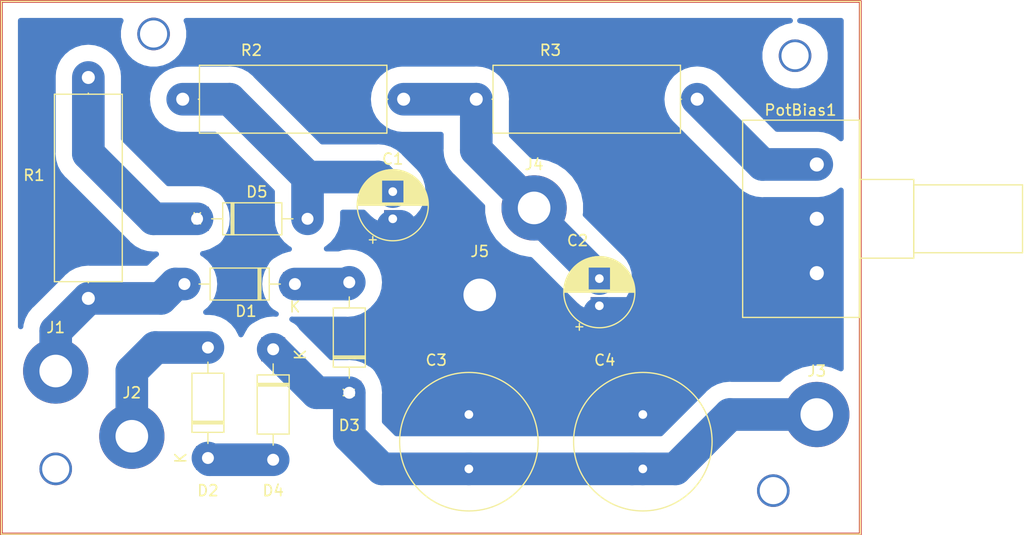
<source format=kicad_pcb>
(kicad_pcb (version 20171130) (host pcbnew "(5.1.10)-1")

  (general
    (thickness 1.6)
    (drawings 8)
    (tracks 61)
    (zones 0)
    (modules 18)
    (nets 11)
  )

  (page A4)
  (layers
    (0 F.Cu signal)
    (31 B.Cu signal)
    (32 B.Adhes user)
    (33 F.Adhes user)
    (34 B.Paste user)
    (35 F.Paste user)
    (36 B.SilkS user)
    (37 F.SilkS user)
    (38 B.Mask user)
    (39 F.Mask user)
    (40 Dwgs.User user)
    (41 Cmts.User user)
    (42 Eco1.User user)
    (43 Eco2.User user)
    (44 Edge.Cuts user)
    (45 Margin user)
    (46 B.CrtYd user)
    (47 F.CrtYd user)
    (48 B.Fab user)
    (49 F.Fab user)
  )

  (setup
    (last_trace_width 0.25)
    (user_trace_width 3)
    (trace_clearance 0.2)
    (zone_clearance 0.508)
    (zone_45_only no)
    (trace_min 0.2)
    (via_size 0.8)
    (via_drill 0.4)
    (via_min_size 0.4)
    (via_min_drill 0.3)
    (user_via 3 2.5)
    (uvia_size 0.3)
    (uvia_drill 0.1)
    (uvias_allowed no)
    (uvia_min_size 0.2)
    (uvia_min_drill 0.1)
    (edge_width 0.05)
    (segment_width 0.2)
    (pcb_text_width 0.3)
    (pcb_text_size 1.5 1.5)
    (mod_edge_width 0.12)
    (mod_text_size 1 1)
    (mod_text_width 0.15)
    (pad_size 1.524 1.524)
    (pad_drill 0.762)
    (pad_to_mask_clearance 0)
    (aux_axis_origin 0 0)
    (visible_elements 7FFFFFFF)
    (pcbplotparams
      (layerselection 0x3ffff_ffffffff)
      (usegerberextensions false)
      (usegerberattributes true)
      (usegerberadvancedattributes true)
      (creategerberjobfile true)
      (excludeedgelayer true)
      (linewidth 0.100000)
      (plotframeref false)
      (viasonmask false)
      (mode 1)
      (useauxorigin false)
      (hpglpennumber 1)
      (hpglpenspeed 20)
      (hpglpendiameter 15.000000)
      (psnegative false)
      (psa4output false)
      (plotreference true)
      (plotvalue true)
      (plotinvisibletext false)
      (padsonsilk false)
      (subtractmaskfromsilk false)
      (outputformat 4)
      (mirror false)
      (drillshape 0)
      (scaleselection 1)
      (outputdirectory "ali_disenio/"))
  )

  (net 0 "")
  (net 1 "Net-(C1-Pad2)")
  (net 2 GND)
  (net 3 "Net-(C2-Pad2)")
  (net 4 "Net-(C3-Pad1)")
  (net 5 "Net-(D1-Pad1)")
  (net 6 "Net-(D1-Pad2)")
  (net 7 "Net-(D2-Pad1)")
  (net 8 "Net-(D2-Pad2)")
  (net 9 "Net-(D5-Pad1)")
  (net 10 "Net-(PotBias1-Pad3)")

  (net_class Default "This is the default net class."
    (clearance 0.2)
    (trace_width 0.25)
    (via_dia 0.8)
    (via_drill 0.4)
    (uvia_dia 0.3)
    (uvia_drill 0.1)
    (add_net GND)
    (add_net "Net-(C1-Pad2)")
    (add_net "Net-(C2-Pad2)")
    (add_net "Net-(C3-Pad1)")
    (add_net "Net-(D1-Pad1)")
    (add_net "Net-(D1-Pad2)")
    (add_net "Net-(D2-Pad1)")
    (add_net "Net-(D2-Pad2)")
    (add_net "Net-(D5-Pad1)")
    (add_net "Net-(PotBias1-Pad3)")
  )

  (module Capacitor_THT:CP_Radial_D6.3mm_P2.50mm (layer F.Cu) (tedit 5AE50EF0) (tstamp 61953639)
    (at 129 94 90)
    (descr "CP, Radial series, Radial, pin pitch=2.50mm, , diameter=6.3mm, Electrolytic Capacitor")
    (tags "CP Radial series Radial pin pitch 2.50mm  diameter 6.3mm Electrolytic Capacitor")
    (path /6160D6E2)
    (fp_text reference C1 (at 5.5 0 180) (layer F.SilkS)
      (effects (font (size 1 1) (thickness 0.15)))
    )
    (fp_text value "10uF 100V" (at -3 -0.5 180) (layer F.Fab)
      (effects (font (size 1 1) (thickness 0.15)))
    )
    (fp_line (start -1.935241 -2.154) (end -1.935241 -1.524) (layer F.SilkS) (width 0.12))
    (fp_line (start -2.250241 -1.839) (end -1.620241 -1.839) (layer F.SilkS) (width 0.12))
    (fp_line (start 4.491 -0.402) (end 4.491 0.402) (layer F.SilkS) (width 0.12))
    (fp_line (start 4.451 -0.633) (end 4.451 0.633) (layer F.SilkS) (width 0.12))
    (fp_line (start 4.411 -0.802) (end 4.411 0.802) (layer F.SilkS) (width 0.12))
    (fp_line (start 4.371 -0.94) (end 4.371 0.94) (layer F.SilkS) (width 0.12))
    (fp_line (start 4.331 -1.059) (end 4.331 1.059) (layer F.SilkS) (width 0.12))
    (fp_line (start 4.291 -1.165) (end 4.291 1.165) (layer F.SilkS) (width 0.12))
    (fp_line (start 4.251 -1.262) (end 4.251 1.262) (layer F.SilkS) (width 0.12))
    (fp_line (start 4.211 -1.35) (end 4.211 1.35) (layer F.SilkS) (width 0.12))
    (fp_line (start 4.171 -1.432) (end 4.171 1.432) (layer F.SilkS) (width 0.12))
    (fp_line (start 4.131 -1.509) (end 4.131 1.509) (layer F.SilkS) (width 0.12))
    (fp_line (start 4.091 -1.581) (end 4.091 1.581) (layer F.SilkS) (width 0.12))
    (fp_line (start 4.051 -1.65) (end 4.051 1.65) (layer F.SilkS) (width 0.12))
    (fp_line (start 4.011 -1.714) (end 4.011 1.714) (layer F.SilkS) (width 0.12))
    (fp_line (start 3.971 -1.776) (end 3.971 1.776) (layer F.SilkS) (width 0.12))
    (fp_line (start 3.931 -1.834) (end 3.931 1.834) (layer F.SilkS) (width 0.12))
    (fp_line (start 3.891 -1.89) (end 3.891 1.89) (layer F.SilkS) (width 0.12))
    (fp_line (start 3.851 -1.944) (end 3.851 1.944) (layer F.SilkS) (width 0.12))
    (fp_line (start 3.811 -1.995) (end 3.811 1.995) (layer F.SilkS) (width 0.12))
    (fp_line (start 3.771 -2.044) (end 3.771 2.044) (layer F.SilkS) (width 0.12))
    (fp_line (start 3.731 -2.092) (end 3.731 2.092) (layer F.SilkS) (width 0.12))
    (fp_line (start 3.691 -2.137) (end 3.691 2.137) (layer F.SilkS) (width 0.12))
    (fp_line (start 3.651 -2.182) (end 3.651 2.182) (layer F.SilkS) (width 0.12))
    (fp_line (start 3.611 -2.224) (end 3.611 2.224) (layer F.SilkS) (width 0.12))
    (fp_line (start 3.571 -2.265) (end 3.571 2.265) (layer F.SilkS) (width 0.12))
    (fp_line (start 3.531 1.04) (end 3.531 2.305) (layer F.SilkS) (width 0.12))
    (fp_line (start 3.531 -2.305) (end 3.531 -1.04) (layer F.SilkS) (width 0.12))
    (fp_line (start 3.491 1.04) (end 3.491 2.343) (layer F.SilkS) (width 0.12))
    (fp_line (start 3.491 -2.343) (end 3.491 -1.04) (layer F.SilkS) (width 0.12))
    (fp_line (start 3.451 1.04) (end 3.451 2.38) (layer F.SilkS) (width 0.12))
    (fp_line (start 3.451 -2.38) (end 3.451 -1.04) (layer F.SilkS) (width 0.12))
    (fp_line (start 3.411 1.04) (end 3.411 2.416) (layer F.SilkS) (width 0.12))
    (fp_line (start 3.411 -2.416) (end 3.411 -1.04) (layer F.SilkS) (width 0.12))
    (fp_line (start 3.371 1.04) (end 3.371 2.45) (layer F.SilkS) (width 0.12))
    (fp_line (start 3.371 -2.45) (end 3.371 -1.04) (layer F.SilkS) (width 0.12))
    (fp_line (start 3.331 1.04) (end 3.331 2.484) (layer F.SilkS) (width 0.12))
    (fp_line (start 3.331 -2.484) (end 3.331 -1.04) (layer F.SilkS) (width 0.12))
    (fp_line (start 3.291 1.04) (end 3.291 2.516) (layer F.SilkS) (width 0.12))
    (fp_line (start 3.291 -2.516) (end 3.291 -1.04) (layer F.SilkS) (width 0.12))
    (fp_line (start 3.251 1.04) (end 3.251 2.548) (layer F.SilkS) (width 0.12))
    (fp_line (start 3.251 -2.548) (end 3.251 -1.04) (layer F.SilkS) (width 0.12))
    (fp_line (start 3.211 1.04) (end 3.211 2.578) (layer F.SilkS) (width 0.12))
    (fp_line (start 3.211 -2.578) (end 3.211 -1.04) (layer F.SilkS) (width 0.12))
    (fp_line (start 3.171 1.04) (end 3.171 2.607) (layer F.SilkS) (width 0.12))
    (fp_line (start 3.171 -2.607) (end 3.171 -1.04) (layer F.SilkS) (width 0.12))
    (fp_line (start 3.131 1.04) (end 3.131 2.636) (layer F.SilkS) (width 0.12))
    (fp_line (start 3.131 -2.636) (end 3.131 -1.04) (layer F.SilkS) (width 0.12))
    (fp_line (start 3.091 1.04) (end 3.091 2.664) (layer F.SilkS) (width 0.12))
    (fp_line (start 3.091 -2.664) (end 3.091 -1.04) (layer F.SilkS) (width 0.12))
    (fp_line (start 3.051 1.04) (end 3.051 2.69) (layer F.SilkS) (width 0.12))
    (fp_line (start 3.051 -2.69) (end 3.051 -1.04) (layer F.SilkS) (width 0.12))
    (fp_line (start 3.011 1.04) (end 3.011 2.716) (layer F.SilkS) (width 0.12))
    (fp_line (start 3.011 -2.716) (end 3.011 -1.04) (layer F.SilkS) (width 0.12))
    (fp_line (start 2.971 1.04) (end 2.971 2.742) (layer F.SilkS) (width 0.12))
    (fp_line (start 2.971 -2.742) (end 2.971 -1.04) (layer F.SilkS) (width 0.12))
    (fp_line (start 2.931 1.04) (end 2.931 2.766) (layer F.SilkS) (width 0.12))
    (fp_line (start 2.931 -2.766) (end 2.931 -1.04) (layer F.SilkS) (width 0.12))
    (fp_line (start 2.891 1.04) (end 2.891 2.79) (layer F.SilkS) (width 0.12))
    (fp_line (start 2.891 -2.79) (end 2.891 -1.04) (layer F.SilkS) (width 0.12))
    (fp_line (start 2.851 1.04) (end 2.851 2.812) (layer F.SilkS) (width 0.12))
    (fp_line (start 2.851 -2.812) (end 2.851 -1.04) (layer F.SilkS) (width 0.12))
    (fp_line (start 2.811 1.04) (end 2.811 2.834) (layer F.SilkS) (width 0.12))
    (fp_line (start 2.811 -2.834) (end 2.811 -1.04) (layer F.SilkS) (width 0.12))
    (fp_line (start 2.771 1.04) (end 2.771 2.856) (layer F.SilkS) (width 0.12))
    (fp_line (start 2.771 -2.856) (end 2.771 -1.04) (layer F.SilkS) (width 0.12))
    (fp_line (start 2.731 1.04) (end 2.731 2.876) (layer F.SilkS) (width 0.12))
    (fp_line (start 2.731 -2.876) (end 2.731 -1.04) (layer F.SilkS) (width 0.12))
    (fp_line (start 2.691 1.04) (end 2.691 2.896) (layer F.SilkS) (width 0.12))
    (fp_line (start 2.691 -2.896) (end 2.691 -1.04) (layer F.SilkS) (width 0.12))
    (fp_line (start 2.651 1.04) (end 2.651 2.916) (layer F.SilkS) (width 0.12))
    (fp_line (start 2.651 -2.916) (end 2.651 -1.04) (layer F.SilkS) (width 0.12))
    (fp_line (start 2.611 1.04) (end 2.611 2.934) (layer F.SilkS) (width 0.12))
    (fp_line (start 2.611 -2.934) (end 2.611 -1.04) (layer F.SilkS) (width 0.12))
    (fp_line (start 2.571 1.04) (end 2.571 2.952) (layer F.SilkS) (width 0.12))
    (fp_line (start 2.571 -2.952) (end 2.571 -1.04) (layer F.SilkS) (width 0.12))
    (fp_line (start 2.531 1.04) (end 2.531 2.97) (layer F.SilkS) (width 0.12))
    (fp_line (start 2.531 -2.97) (end 2.531 -1.04) (layer F.SilkS) (width 0.12))
    (fp_line (start 2.491 1.04) (end 2.491 2.986) (layer F.SilkS) (width 0.12))
    (fp_line (start 2.491 -2.986) (end 2.491 -1.04) (layer F.SilkS) (width 0.12))
    (fp_line (start 2.451 1.04) (end 2.451 3.002) (layer F.SilkS) (width 0.12))
    (fp_line (start 2.451 -3.002) (end 2.451 -1.04) (layer F.SilkS) (width 0.12))
    (fp_line (start 2.411 1.04) (end 2.411 3.018) (layer F.SilkS) (width 0.12))
    (fp_line (start 2.411 -3.018) (end 2.411 -1.04) (layer F.SilkS) (width 0.12))
    (fp_line (start 2.371 1.04) (end 2.371 3.033) (layer F.SilkS) (width 0.12))
    (fp_line (start 2.371 -3.033) (end 2.371 -1.04) (layer F.SilkS) (width 0.12))
    (fp_line (start 2.331 1.04) (end 2.331 3.047) (layer F.SilkS) (width 0.12))
    (fp_line (start 2.331 -3.047) (end 2.331 -1.04) (layer F.SilkS) (width 0.12))
    (fp_line (start 2.291 1.04) (end 2.291 3.061) (layer F.SilkS) (width 0.12))
    (fp_line (start 2.291 -3.061) (end 2.291 -1.04) (layer F.SilkS) (width 0.12))
    (fp_line (start 2.251 1.04) (end 2.251 3.074) (layer F.SilkS) (width 0.12))
    (fp_line (start 2.251 -3.074) (end 2.251 -1.04) (layer F.SilkS) (width 0.12))
    (fp_line (start 2.211 1.04) (end 2.211 3.086) (layer F.SilkS) (width 0.12))
    (fp_line (start 2.211 -3.086) (end 2.211 -1.04) (layer F.SilkS) (width 0.12))
    (fp_line (start 2.171 1.04) (end 2.171 3.098) (layer F.SilkS) (width 0.12))
    (fp_line (start 2.171 -3.098) (end 2.171 -1.04) (layer F.SilkS) (width 0.12))
    (fp_line (start 2.131 1.04) (end 2.131 3.11) (layer F.SilkS) (width 0.12))
    (fp_line (start 2.131 -3.11) (end 2.131 -1.04) (layer F.SilkS) (width 0.12))
    (fp_line (start 2.091 1.04) (end 2.091 3.121) (layer F.SilkS) (width 0.12))
    (fp_line (start 2.091 -3.121) (end 2.091 -1.04) (layer F.SilkS) (width 0.12))
    (fp_line (start 2.051 1.04) (end 2.051 3.131) (layer F.SilkS) (width 0.12))
    (fp_line (start 2.051 -3.131) (end 2.051 -1.04) (layer F.SilkS) (width 0.12))
    (fp_line (start 2.011 1.04) (end 2.011 3.141) (layer F.SilkS) (width 0.12))
    (fp_line (start 2.011 -3.141) (end 2.011 -1.04) (layer F.SilkS) (width 0.12))
    (fp_line (start 1.971 1.04) (end 1.971 3.15) (layer F.SilkS) (width 0.12))
    (fp_line (start 1.971 -3.15) (end 1.971 -1.04) (layer F.SilkS) (width 0.12))
    (fp_line (start 1.93 1.04) (end 1.93 3.159) (layer F.SilkS) (width 0.12))
    (fp_line (start 1.93 -3.159) (end 1.93 -1.04) (layer F.SilkS) (width 0.12))
    (fp_line (start 1.89 1.04) (end 1.89 3.167) (layer F.SilkS) (width 0.12))
    (fp_line (start 1.89 -3.167) (end 1.89 -1.04) (layer F.SilkS) (width 0.12))
    (fp_line (start 1.85 1.04) (end 1.85 3.175) (layer F.SilkS) (width 0.12))
    (fp_line (start 1.85 -3.175) (end 1.85 -1.04) (layer F.SilkS) (width 0.12))
    (fp_line (start 1.81 1.04) (end 1.81 3.182) (layer F.SilkS) (width 0.12))
    (fp_line (start 1.81 -3.182) (end 1.81 -1.04) (layer F.SilkS) (width 0.12))
    (fp_line (start 1.77 1.04) (end 1.77 3.189) (layer F.SilkS) (width 0.12))
    (fp_line (start 1.77 -3.189) (end 1.77 -1.04) (layer F.SilkS) (width 0.12))
    (fp_line (start 1.73 1.04) (end 1.73 3.195) (layer F.SilkS) (width 0.12))
    (fp_line (start 1.73 -3.195) (end 1.73 -1.04) (layer F.SilkS) (width 0.12))
    (fp_line (start 1.69 1.04) (end 1.69 3.201) (layer F.SilkS) (width 0.12))
    (fp_line (start 1.69 -3.201) (end 1.69 -1.04) (layer F.SilkS) (width 0.12))
    (fp_line (start 1.65 1.04) (end 1.65 3.206) (layer F.SilkS) (width 0.12))
    (fp_line (start 1.65 -3.206) (end 1.65 -1.04) (layer F.SilkS) (width 0.12))
    (fp_line (start 1.61 1.04) (end 1.61 3.211) (layer F.SilkS) (width 0.12))
    (fp_line (start 1.61 -3.211) (end 1.61 -1.04) (layer F.SilkS) (width 0.12))
    (fp_line (start 1.57 1.04) (end 1.57 3.215) (layer F.SilkS) (width 0.12))
    (fp_line (start 1.57 -3.215) (end 1.57 -1.04) (layer F.SilkS) (width 0.12))
    (fp_line (start 1.53 1.04) (end 1.53 3.218) (layer F.SilkS) (width 0.12))
    (fp_line (start 1.53 -3.218) (end 1.53 -1.04) (layer F.SilkS) (width 0.12))
    (fp_line (start 1.49 1.04) (end 1.49 3.222) (layer F.SilkS) (width 0.12))
    (fp_line (start 1.49 -3.222) (end 1.49 -1.04) (layer F.SilkS) (width 0.12))
    (fp_line (start 1.45 -3.224) (end 1.45 3.224) (layer F.SilkS) (width 0.12))
    (fp_line (start 1.41 -3.227) (end 1.41 3.227) (layer F.SilkS) (width 0.12))
    (fp_line (start 1.37 -3.228) (end 1.37 3.228) (layer F.SilkS) (width 0.12))
    (fp_line (start 1.33 -3.23) (end 1.33 3.23) (layer F.SilkS) (width 0.12))
    (fp_line (start 1.29 -3.23) (end 1.29 3.23) (layer F.SilkS) (width 0.12))
    (fp_line (start 1.25 -3.23) (end 1.25 3.23) (layer F.SilkS) (width 0.12))
    (fp_line (start -1.128972 -1.6885) (end -1.128972 -1.0585) (layer F.Fab) (width 0.1))
    (fp_line (start -1.443972 -1.3735) (end -0.813972 -1.3735) (layer F.Fab) (width 0.1))
    (fp_circle (center 1.25 0) (end 4.65 0) (layer F.CrtYd) (width 0.05))
    (fp_circle (center 1.25 0) (end 4.52 0) (layer F.SilkS) (width 0.12))
    (fp_circle (center 1.25 0) (end 4.4 0) (layer F.Fab) (width 0.1))
    (fp_text user %R (at 1.25 0 90) (layer F.Fab)
      (effects (font (size 1 1) (thickness 0.15)))
    )
    (pad 2 thru_hole circle (at 2.5 0 90) (size 1.6 1.6) (drill 0.8) (layers *.Cu *.Mask)
      (net 1 "Net-(C1-Pad2)"))
    (pad 1 thru_hole rect (at 0 0 90) (size 1.6 1.6) (drill 0.8) (layers *.Cu *.Mask)
      (net 2 GND))
    (model ${KISYS3DMOD}/Capacitor_THT.3dshapes/CP_Radial_D6.3mm_P2.50mm.wrl
      (at (xyz 0 0 0))
      (scale (xyz 1 1 1))
      (rotate (xyz 0 0 0))
    )
  )

  (module Capacitor_THT:CP_Radial_D6.3mm_P2.50mm (layer F.Cu) (tedit 5AE50EF0) (tstamp 619536CD)
    (at 148 102 90)
    (descr "CP, Radial series, Radial, pin pitch=2.50mm, , diameter=6.3mm, Electrolytic Capacitor")
    (tags "CP Radial series Radial pin pitch 2.50mm  diameter 6.3mm Electrolytic Capacitor")
    (path /6160E1A8)
    (fp_text reference C2 (at 6 -2 180) (layer F.SilkS)
      (effects (font (size 1 1) (thickness 0.15)))
    )
    (fp_text value "10uF 100V" (at 5.5 4 180) (layer F.Fab)
      (effects (font (size 1 1) (thickness 0.15)))
    )
    (fp_circle (center 1.25 0) (end 4.4 0) (layer F.Fab) (width 0.1))
    (fp_circle (center 1.25 0) (end 4.52 0) (layer F.SilkS) (width 0.12))
    (fp_circle (center 1.25 0) (end 4.65 0) (layer F.CrtYd) (width 0.05))
    (fp_line (start -1.443972 -1.3735) (end -0.813972 -1.3735) (layer F.Fab) (width 0.1))
    (fp_line (start -1.128972 -1.6885) (end -1.128972 -1.0585) (layer F.Fab) (width 0.1))
    (fp_line (start 1.25 -3.23) (end 1.25 3.23) (layer F.SilkS) (width 0.12))
    (fp_line (start 1.29 -3.23) (end 1.29 3.23) (layer F.SilkS) (width 0.12))
    (fp_line (start 1.33 -3.23) (end 1.33 3.23) (layer F.SilkS) (width 0.12))
    (fp_line (start 1.37 -3.228) (end 1.37 3.228) (layer F.SilkS) (width 0.12))
    (fp_line (start 1.41 -3.227) (end 1.41 3.227) (layer F.SilkS) (width 0.12))
    (fp_line (start 1.45 -3.224) (end 1.45 3.224) (layer F.SilkS) (width 0.12))
    (fp_line (start 1.49 -3.222) (end 1.49 -1.04) (layer F.SilkS) (width 0.12))
    (fp_line (start 1.49 1.04) (end 1.49 3.222) (layer F.SilkS) (width 0.12))
    (fp_line (start 1.53 -3.218) (end 1.53 -1.04) (layer F.SilkS) (width 0.12))
    (fp_line (start 1.53 1.04) (end 1.53 3.218) (layer F.SilkS) (width 0.12))
    (fp_line (start 1.57 -3.215) (end 1.57 -1.04) (layer F.SilkS) (width 0.12))
    (fp_line (start 1.57 1.04) (end 1.57 3.215) (layer F.SilkS) (width 0.12))
    (fp_line (start 1.61 -3.211) (end 1.61 -1.04) (layer F.SilkS) (width 0.12))
    (fp_line (start 1.61 1.04) (end 1.61 3.211) (layer F.SilkS) (width 0.12))
    (fp_line (start 1.65 -3.206) (end 1.65 -1.04) (layer F.SilkS) (width 0.12))
    (fp_line (start 1.65 1.04) (end 1.65 3.206) (layer F.SilkS) (width 0.12))
    (fp_line (start 1.69 -3.201) (end 1.69 -1.04) (layer F.SilkS) (width 0.12))
    (fp_line (start 1.69 1.04) (end 1.69 3.201) (layer F.SilkS) (width 0.12))
    (fp_line (start 1.73 -3.195) (end 1.73 -1.04) (layer F.SilkS) (width 0.12))
    (fp_line (start 1.73 1.04) (end 1.73 3.195) (layer F.SilkS) (width 0.12))
    (fp_line (start 1.77 -3.189) (end 1.77 -1.04) (layer F.SilkS) (width 0.12))
    (fp_line (start 1.77 1.04) (end 1.77 3.189) (layer F.SilkS) (width 0.12))
    (fp_line (start 1.81 -3.182) (end 1.81 -1.04) (layer F.SilkS) (width 0.12))
    (fp_line (start 1.81 1.04) (end 1.81 3.182) (layer F.SilkS) (width 0.12))
    (fp_line (start 1.85 -3.175) (end 1.85 -1.04) (layer F.SilkS) (width 0.12))
    (fp_line (start 1.85 1.04) (end 1.85 3.175) (layer F.SilkS) (width 0.12))
    (fp_line (start 1.89 -3.167) (end 1.89 -1.04) (layer F.SilkS) (width 0.12))
    (fp_line (start 1.89 1.04) (end 1.89 3.167) (layer F.SilkS) (width 0.12))
    (fp_line (start 1.93 -3.159) (end 1.93 -1.04) (layer F.SilkS) (width 0.12))
    (fp_line (start 1.93 1.04) (end 1.93 3.159) (layer F.SilkS) (width 0.12))
    (fp_line (start 1.971 -3.15) (end 1.971 -1.04) (layer F.SilkS) (width 0.12))
    (fp_line (start 1.971 1.04) (end 1.971 3.15) (layer F.SilkS) (width 0.12))
    (fp_line (start 2.011 -3.141) (end 2.011 -1.04) (layer F.SilkS) (width 0.12))
    (fp_line (start 2.011 1.04) (end 2.011 3.141) (layer F.SilkS) (width 0.12))
    (fp_line (start 2.051 -3.131) (end 2.051 -1.04) (layer F.SilkS) (width 0.12))
    (fp_line (start 2.051 1.04) (end 2.051 3.131) (layer F.SilkS) (width 0.12))
    (fp_line (start 2.091 -3.121) (end 2.091 -1.04) (layer F.SilkS) (width 0.12))
    (fp_line (start 2.091 1.04) (end 2.091 3.121) (layer F.SilkS) (width 0.12))
    (fp_line (start 2.131 -3.11) (end 2.131 -1.04) (layer F.SilkS) (width 0.12))
    (fp_line (start 2.131 1.04) (end 2.131 3.11) (layer F.SilkS) (width 0.12))
    (fp_line (start 2.171 -3.098) (end 2.171 -1.04) (layer F.SilkS) (width 0.12))
    (fp_line (start 2.171 1.04) (end 2.171 3.098) (layer F.SilkS) (width 0.12))
    (fp_line (start 2.211 -3.086) (end 2.211 -1.04) (layer F.SilkS) (width 0.12))
    (fp_line (start 2.211 1.04) (end 2.211 3.086) (layer F.SilkS) (width 0.12))
    (fp_line (start 2.251 -3.074) (end 2.251 -1.04) (layer F.SilkS) (width 0.12))
    (fp_line (start 2.251 1.04) (end 2.251 3.074) (layer F.SilkS) (width 0.12))
    (fp_line (start 2.291 -3.061) (end 2.291 -1.04) (layer F.SilkS) (width 0.12))
    (fp_line (start 2.291 1.04) (end 2.291 3.061) (layer F.SilkS) (width 0.12))
    (fp_line (start 2.331 -3.047) (end 2.331 -1.04) (layer F.SilkS) (width 0.12))
    (fp_line (start 2.331 1.04) (end 2.331 3.047) (layer F.SilkS) (width 0.12))
    (fp_line (start 2.371 -3.033) (end 2.371 -1.04) (layer F.SilkS) (width 0.12))
    (fp_line (start 2.371 1.04) (end 2.371 3.033) (layer F.SilkS) (width 0.12))
    (fp_line (start 2.411 -3.018) (end 2.411 -1.04) (layer F.SilkS) (width 0.12))
    (fp_line (start 2.411 1.04) (end 2.411 3.018) (layer F.SilkS) (width 0.12))
    (fp_line (start 2.451 -3.002) (end 2.451 -1.04) (layer F.SilkS) (width 0.12))
    (fp_line (start 2.451 1.04) (end 2.451 3.002) (layer F.SilkS) (width 0.12))
    (fp_line (start 2.491 -2.986) (end 2.491 -1.04) (layer F.SilkS) (width 0.12))
    (fp_line (start 2.491 1.04) (end 2.491 2.986) (layer F.SilkS) (width 0.12))
    (fp_line (start 2.531 -2.97) (end 2.531 -1.04) (layer F.SilkS) (width 0.12))
    (fp_line (start 2.531 1.04) (end 2.531 2.97) (layer F.SilkS) (width 0.12))
    (fp_line (start 2.571 -2.952) (end 2.571 -1.04) (layer F.SilkS) (width 0.12))
    (fp_line (start 2.571 1.04) (end 2.571 2.952) (layer F.SilkS) (width 0.12))
    (fp_line (start 2.611 -2.934) (end 2.611 -1.04) (layer F.SilkS) (width 0.12))
    (fp_line (start 2.611 1.04) (end 2.611 2.934) (layer F.SilkS) (width 0.12))
    (fp_line (start 2.651 -2.916) (end 2.651 -1.04) (layer F.SilkS) (width 0.12))
    (fp_line (start 2.651 1.04) (end 2.651 2.916) (layer F.SilkS) (width 0.12))
    (fp_line (start 2.691 -2.896) (end 2.691 -1.04) (layer F.SilkS) (width 0.12))
    (fp_line (start 2.691 1.04) (end 2.691 2.896) (layer F.SilkS) (width 0.12))
    (fp_line (start 2.731 -2.876) (end 2.731 -1.04) (layer F.SilkS) (width 0.12))
    (fp_line (start 2.731 1.04) (end 2.731 2.876) (layer F.SilkS) (width 0.12))
    (fp_line (start 2.771 -2.856) (end 2.771 -1.04) (layer F.SilkS) (width 0.12))
    (fp_line (start 2.771 1.04) (end 2.771 2.856) (layer F.SilkS) (width 0.12))
    (fp_line (start 2.811 -2.834) (end 2.811 -1.04) (layer F.SilkS) (width 0.12))
    (fp_line (start 2.811 1.04) (end 2.811 2.834) (layer F.SilkS) (width 0.12))
    (fp_line (start 2.851 -2.812) (end 2.851 -1.04) (layer F.SilkS) (width 0.12))
    (fp_line (start 2.851 1.04) (end 2.851 2.812) (layer F.SilkS) (width 0.12))
    (fp_line (start 2.891 -2.79) (end 2.891 -1.04) (layer F.SilkS) (width 0.12))
    (fp_line (start 2.891 1.04) (end 2.891 2.79) (layer F.SilkS) (width 0.12))
    (fp_line (start 2.931 -2.766) (end 2.931 -1.04) (layer F.SilkS) (width 0.12))
    (fp_line (start 2.931 1.04) (end 2.931 2.766) (layer F.SilkS) (width 0.12))
    (fp_line (start 2.971 -2.742) (end 2.971 -1.04) (layer F.SilkS) (width 0.12))
    (fp_line (start 2.971 1.04) (end 2.971 2.742) (layer F.SilkS) (width 0.12))
    (fp_line (start 3.011 -2.716) (end 3.011 -1.04) (layer F.SilkS) (width 0.12))
    (fp_line (start 3.011 1.04) (end 3.011 2.716) (layer F.SilkS) (width 0.12))
    (fp_line (start 3.051 -2.69) (end 3.051 -1.04) (layer F.SilkS) (width 0.12))
    (fp_line (start 3.051 1.04) (end 3.051 2.69) (layer F.SilkS) (width 0.12))
    (fp_line (start 3.091 -2.664) (end 3.091 -1.04) (layer F.SilkS) (width 0.12))
    (fp_line (start 3.091 1.04) (end 3.091 2.664) (layer F.SilkS) (width 0.12))
    (fp_line (start 3.131 -2.636) (end 3.131 -1.04) (layer F.SilkS) (width 0.12))
    (fp_line (start 3.131 1.04) (end 3.131 2.636) (layer F.SilkS) (width 0.12))
    (fp_line (start 3.171 -2.607) (end 3.171 -1.04) (layer F.SilkS) (width 0.12))
    (fp_line (start 3.171 1.04) (end 3.171 2.607) (layer F.SilkS) (width 0.12))
    (fp_line (start 3.211 -2.578) (end 3.211 -1.04) (layer F.SilkS) (width 0.12))
    (fp_line (start 3.211 1.04) (end 3.211 2.578) (layer F.SilkS) (width 0.12))
    (fp_line (start 3.251 -2.548) (end 3.251 -1.04) (layer F.SilkS) (width 0.12))
    (fp_line (start 3.251 1.04) (end 3.251 2.548) (layer F.SilkS) (width 0.12))
    (fp_line (start 3.291 -2.516) (end 3.291 -1.04) (layer F.SilkS) (width 0.12))
    (fp_line (start 3.291 1.04) (end 3.291 2.516) (layer F.SilkS) (width 0.12))
    (fp_line (start 3.331 -2.484) (end 3.331 -1.04) (layer F.SilkS) (width 0.12))
    (fp_line (start 3.331 1.04) (end 3.331 2.484) (layer F.SilkS) (width 0.12))
    (fp_line (start 3.371 -2.45) (end 3.371 -1.04) (layer F.SilkS) (width 0.12))
    (fp_line (start 3.371 1.04) (end 3.371 2.45) (layer F.SilkS) (width 0.12))
    (fp_line (start 3.411 -2.416) (end 3.411 -1.04) (layer F.SilkS) (width 0.12))
    (fp_line (start 3.411 1.04) (end 3.411 2.416) (layer F.SilkS) (width 0.12))
    (fp_line (start 3.451 -2.38) (end 3.451 -1.04) (layer F.SilkS) (width 0.12))
    (fp_line (start 3.451 1.04) (end 3.451 2.38) (layer F.SilkS) (width 0.12))
    (fp_line (start 3.491 -2.343) (end 3.491 -1.04) (layer F.SilkS) (width 0.12))
    (fp_line (start 3.491 1.04) (end 3.491 2.343) (layer F.SilkS) (width 0.12))
    (fp_line (start 3.531 -2.305) (end 3.531 -1.04) (layer F.SilkS) (width 0.12))
    (fp_line (start 3.531 1.04) (end 3.531 2.305) (layer F.SilkS) (width 0.12))
    (fp_line (start 3.571 -2.265) (end 3.571 2.265) (layer F.SilkS) (width 0.12))
    (fp_line (start 3.611 -2.224) (end 3.611 2.224) (layer F.SilkS) (width 0.12))
    (fp_line (start 3.651 -2.182) (end 3.651 2.182) (layer F.SilkS) (width 0.12))
    (fp_line (start 3.691 -2.137) (end 3.691 2.137) (layer F.SilkS) (width 0.12))
    (fp_line (start 3.731 -2.092) (end 3.731 2.092) (layer F.SilkS) (width 0.12))
    (fp_line (start 3.771 -2.044) (end 3.771 2.044) (layer F.SilkS) (width 0.12))
    (fp_line (start 3.811 -1.995) (end 3.811 1.995) (layer F.SilkS) (width 0.12))
    (fp_line (start 3.851 -1.944) (end 3.851 1.944) (layer F.SilkS) (width 0.12))
    (fp_line (start 3.891 -1.89) (end 3.891 1.89) (layer F.SilkS) (width 0.12))
    (fp_line (start 3.931 -1.834) (end 3.931 1.834) (layer F.SilkS) (width 0.12))
    (fp_line (start 3.971 -1.776) (end 3.971 1.776) (layer F.SilkS) (width 0.12))
    (fp_line (start 4.011 -1.714) (end 4.011 1.714) (layer F.SilkS) (width 0.12))
    (fp_line (start 4.051 -1.65) (end 4.051 1.65) (layer F.SilkS) (width 0.12))
    (fp_line (start 4.091 -1.581) (end 4.091 1.581) (layer F.SilkS) (width 0.12))
    (fp_line (start 4.131 -1.509) (end 4.131 1.509) (layer F.SilkS) (width 0.12))
    (fp_line (start 4.171 -1.432) (end 4.171 1.432) (layer F.SilkS) (width 0.12))
    (fp_line (start 4.211 -1.35) (end 4.211 1.35) (layer F.SilkS) (width 0.12))
    (fp_line (start 4.251 -1.262) (end 4.251 1.262) (layer F.SilkS) (width 0.12))
    (fp_line (start 4.291 -1.165) (end 4.291 1.165) (layer F.SilkS) (width 0.12))
    (fp_line (start 4.331 -1.059) (end 4.331 1.059) (layer F.SilkS) (width 0.12))
    (fp_line (start 4.371 -0.94) (end 4.371 0.94) (layer F.SilkS) (width 0.12))
    (fp_line (start 4.411 -0.802) (end 4.411 0.802) (layer F.SilkS) (width 0.12))
    (fp_line (start 4.451 -0.633) (end 4.451 0.633) (layer F.SilkS) (width 0.12))
    (fp_line (start 4.491 -0.402) (end 4.491 0.402) (layer F.SilkS) (width 0.12))
    (fp_line (start -2.250241 -1.839) (end -1.620241 -1.839) (layer F.SilkS) (width 0.12))
    (fp_line (start -1.935241 -2.154) (end -1.935241 -1.524) (layer F.SilkS) (width 0.12))
    (fp_text user %R (at 2 2 90) (layer F.Fab)
      (effects (font (size 1 1) (thickness 0.15)))
    )
    (pad 1 thru_hole rect (at 0 0 90) (size 1.6 1.6) (drill 0.8) (layers *.Cu *.Mask)
      (net 2 GND))
    (pad 2 thru_hole circle (at 2.5 0 90) (size 1.6 1.6) (drill 0.8) (layers *.Cu *.Mask)
      (net 3 "Net-(C2-Pad2)"))
    (model ${KISYS3DMOD}/Capacitor_THT.3dshapes/CP_Radial_D6.3mm_P2.50mm.wrl
      (at (xyz 0 0 0))
      (scale (xyz 1 1 1))
      (rotate (xyz 0 0 0))
    )
  )

  (module Capacitor_THT:C_Radial_D12.5mm_H25.0mm_P5.00mm (layer F.Cu) (tedit 5BC5C9BA) (tstamp 619536D7)
    (at 136 117 90)
    (descr "C, Radial series, Radial, pin pitch=5.00mm, diameter=12.5mm, height=25mm, Non-Polar Electrolytic Capacitor")
    (tags "C Radial series Radial pin pitch 5.00mm diameter 12.5mm height 25mm Non-Polar Electrolytic Capacitor")
    (path /61853CEB)
    (fp_text reference C3 (at 10 -3 180) (layer F.SilkS)
      (effects (font (size 1 1) (thickness 0.15)))
    )
    (fp_text value "50uF 500V" (at 10 3.5 180) (layer F.Fab)
      (effects (font (size 1 1) (thickness 0.15)))
    )
    (fp_circle (center 2.5 0) (end 9 0) (layer F.CrtYd) (width 0.05))
    (fp_circle (center 2.5 0) (end 8.87 0) (layer F.SilkS) (width 0.12))
    (fp_circle (center 2.5 0) (end 8.75 0) (layer F.Fab) (width 0.1))
    (fp_text user %R (at 2.5 0 90) (layer F.Fab)
      (effects (font (size 1 1) (thickness 0.15)))
    )
    (pad 2 thru_hole circle (at 5 0 90) (size 1.6 1.6) (drill 0.8) (layers *.Cu *.Mask)
      (net 2 GND))
    (pad 1 thru_hole circle (at 0 0 90) (size 1.6 1.6) (drill 0.8) (layers *.Cu *.Mask)
      (net 4 "Net-(C3-Pad1)"))
    (model ${KISYS3DMOD}/Capacitor_THT.3dshapes/C_Radial_D12.5mm_H25.0mm_P5.00mm.wrl
      (at (xyz 0 0 0))
      (scale (xyz 1 1 1))
      (rotate (xyz 0 0 0))
    )
  )

  (module Capacitor_THT:C_Radial_D12.5mm_H25.0mm_P5.00mm (layer F.Cu) (tedit 5BC5C9BA) (tstamp 619536E1)
    (at 152 117 90)
    (descr "C, Radial series, Radial, pin pitch=5.00mm, diameter=12.5mm, height=25mm, Non-Polar Electrolytic Capacitor")
    (tags "C Radial series Radial pin pitch 5.00mm diameter 12.5mm height 25mm Non-Polar Electrolytic Capacitor")
    (path /618542DC)
    (fp_text reference C4 (at 10 -3.5 180) (layer F.SilkS)
      (effects (font (size 1 1) (thickness 0.15)))
    )
    (fp_text value "50uF 500V" (at 10 3 180) (layer F.Fab)
      (effects (font (size 1 1) (thickness 0.15)))
    )
    (fp_circle (center 2.5 0) (end 8.75 0) (layer F.Fab) (width 0.1))
    (fp_circle (center 2.5 0) (end 8.87 0) (layer F.SilkS) (width 0.12))
    (fp_circle (center 2.5 0) (end 9 0) (layer F.CrtYd) (width 0.05))
    (fp_text user %R (at 2.5 0 90) (layer F.Fab)
      (effects (font (size 1 1) (thickness 0.15)))
    )
    (pad 1 thru_hole circle (at 0 0 90) (size 1.6 1.6) (drill 0.8) (layers *.Cu *.Mask)
      (net 4 "Net-(C3-Pad1)"))
    (pad 2 thru_hole circle (at 5 0 90) (size 1.6 1.6) (drill 0.8) (layers *.Cu *.Mask)
      (net 2 GND))
    (model ${KISYS3DMOD}/Capacitor_THT.3dshapes/C_Radial_D12.5mm_H25.0mm_P5.00mm.wrl
      (at (xyz 0 0 0))
      (scale (xyz 1 1 1))
      (rotate (xyz 0 0 0))
    )
  )

  (module Diode_THT:D_DO-41_SOD81_P10.16mm_Horizontal (layer F.Cu) (tedit 5AE50CD5) (tstamp 61953700)
    (at 120 100 180)
    (descr "Diode, DO-41_SOD81 series, Axial, Horizontal, pin pitch=10.16mm, , length*diameter=5.2*2.7mm^2, , http://www.diodes.com/_files/packages/DO-41%20(Plastic).pdf")
    (tags "Diode DO-41_SOD81 series Axial Horizontal pin pitch 10.16mm  length 5.2mm diameter 2.7mm")
    (path /61603B9D)
    (fp_text reference D1 (at 4.5 -2.5) (layer F.SilkS)
      (effects (font (size 1 1) (thickness 0.15)))
    )
    (fp_text value 1N4007 (at -8 -2.5 90) (layer F.Fab)
      (effects (font (size 1 1) (thickness 0.15)))
    )
    (fp_line (start 2.48 -1.35) (end 2.48 1.35) (layer F.Fab) (width 0.1))
    (fp_line (start 2.48 1.35) (end 7.68 1.35) (layer F.Fab) (width 0.1))
    (fp_line (start 7.68 1.35) (end 7.68 -1.35) (layer F.Fab) (width 0.1))
    (fp_line (start 7.68 -1.35) (end 2.48 -1.35) (layer F.Fab) (width 0.1))
    (fp_line (start 0 0) (end 2.48 0) (layer F.Fab) (width 0.1))
    (fp_line (start 10.16 0) (end 7.68 0) (layer F.Fab) (width 0.1))
    (fp_line (start 3.26 -1.35) (end 3.26 1.35) (layer F.Fab) (width 0.1))
    (fp_line (start 3.36 -1.35) (end 3.36 1.35) (layer F.Fab) (width 0.1))
    (fp_line (start 3.16 -1.35) (end 3.16 1.35) (layer F.Fab) (width 0.1))
    (fp_line (start 2.36 -1.47) (end 2.36 1.47) (layer F.SilkS) (width 0.12))
    (fp_line (start 2.36 1.47) (end 7.8 1.47) (layer F.SilkS) (width 0.12))
    (fp_line (start 7.8 1.47) (end 7.8 -1.47) (layer F.SilkS) (width 0.12))
    (fp_line (start 7.8 -1.47) (end 2.36 -1.47) (layer F.SilkS) (width 0.12))
    (fp_line (start 1.34 0) (end 2.36 0) (layer F.SilkS) (width 0.12))
    (fp_line (start 8.82 0) (end 7.8 0) (layer F.SilkS) (width 0.12))
    (fp_line (start 3.26 -1.47) (end 3.26 1.47) (layer F.SilkS) (width 0.12))
    (fp_line (start 3.38 -1.47) (end 3.38 1.47) (layer F.SilkS) (width 0.12))
    (fp_line (start 3.14 -1.47) (end 3.14 1.47) (layer F.SilkS) (width 0.12))
    (fp_line (start -1.35 -1.6) (end -1.35 1.6) (layer F.CrtYd) (width 0.05))
    (fp_line (start -1.35 1.6) (end 11.51 1.6) (layer F.CrtYd) (width 0.05))
    (fp_line (start 11.51 1.6) (end 11.51 -1.6) (layer F.CrtYd) (width 0.05))
    (fp_line (start 11.51 -1.6) (end -1.35 -1.6) (layer F.CrtYd) (width 0.05))
    (fp_text user %R (at 5.47 0) (layer F.Fab)
      (effects (font (size 1 1) (thickness 0.15)))
    )
    (fp_text user K (at 0 0) (layer F.Fab)
      (effects (font (size 1 1) (thickness 0.15)))
    )
    (fp_text user K (at 0 -2.1) (layer F.SilkS)
      (effects (font (size 1 1) (thickness 0.15)))
    )
    (pad 1 thru_hole rect (at 0 0 180) (size 2.2 2.2) (drill 1.1) (layers *.Cu *.Mask)
      (net 5 "Net-(D1-Pad1)"))
    (pad 2 thru_hole oval (at 10.16 0 180) (size 2.2 2.2) (drill 1.1) (layers *.Cu *.Mask)
      (net 6 "Net-(D1-Pad2)"))
    (model ${KISYS3DMOD}/Diode_THT.3dshapes/D_DO-41_SOD81_P10.16mm_Horizontal.wrl
      (at (xyz 0 0 0))
      (scale (xyz 1 1 1))
      (rotate (xyz 0 0 0))
    )
  )

  (module Diode_THT:D_DO-41_SOD81_P10.16mm_Horizontal (layer F.Cu) (tedit 5AE50CD5) (tstamp 6195371F)
    (at 112 116 90)
    (descr "Diode, DO-41_SOD81 series, Axial, Horizontal, pin pitch=10.16mm, , length*diameter=5.2*2.7mm^2, , http://www.diodes.com/_files/packages/DO-41%20(Plastic).pdf")
    (tags "Diode DO-41_SOD81 series Axial Horizontal pin pitch 10.16mm  length 5.2mm diameter 2.7mm")
    (path /616062A7)
    (fp_text reference D2 (at -3 0 180) (layer F.SilkS)
      (effects (font (size 1 1) (thickness 0.15)))
    )
    (fp_text value 1N4007 (at 9.5 -2.5 90) (layer F.Fab)
      (effects (font (size 1 1) (thickness 0.15)))
    )
    (fp_line (start 2.48 -1.35) (end 2.48 1.35) (layer F.Fab) (width 0.1))
    (fp_line (start 2.48 1.35) (end 7.68 1.35) (layer F.Fab) (width 0.1))
    (fp_line (start 7.68 1.35) (end 7.68 -1.35) (layer F.Fab) (width 0.1))
    (fp_line (start 7.68 -1.35) (end 2.48 -1.35) (layer F.Fab) (width 0.1))
    (fp_line (start 0 0) (end 2.48 0) (layer F.Fab) (width 0.1))
    (fp_line (start 10.16 0) (end 7.68 0) (layer F.Fab) (width 0.1))
    (fp_line (start 3.26 -1.35) (end 3.26 1.35) (layer F.Fab) (width 0.1))
    (fp_line (start 3.36 -1.35) (end 3.36 1.35) (layer F.Fab) (width 0.1))
    (fp_line (start 3.16 -1.35) (end 3.16 1.35) (layer F.Fab) (width 0.1))
    (fp_line (start 2.36 -1.47) (end 2.36 1.47) (layer F.SilkS) (width 0.12))
    (fp_line (start 2.36 1.47) (end 7.8 1.47) (layer F.SilkS) (width 0.12))
    (fp_line (start 7.8 1.47) (end 7.8 -1.47) (layer F.SilkS) (width 0.12))
    (fp_line (start 7.8 -1.47) (end 2.36 -1.47) (layer F.SilkS) (width 0.12))
    (fp_line (start 1.34 0) (end 2.36 0) (layer F.SilkS) (width 0.12))
    (fp_line (start 8.82 0) (end 7.8 0) (layer F.SilkS) (width 0.12))
    (fp_line (start 3.26 -1.47) (end 3.26 1.47) (layer F.SilkS) (width 0.12))
    (fp_line (start 3.38 -1.47) (end 3.38 1.47) (layer F.SilkS) (width 0.12))
    (fp_line (start 3.14 -1.47) (end 3.14 1.47) (layer F.SilkS) (width 0.12))
    (fp_line (start -1.35 -1.6) (end -1.35 1.6) (layer F.CrtYd) (width 0.05))
    (fp_line (start -1.35 1.6) (end 11.51 1.6) (layer F.CrtYd) (width 0.05))
    (fp_line (start 11.51 1.6) (end 11.51 -1.6) (layer F.CrtYd) (width 0.05))
    (fp_line (start 11.51 -1.6) (end -1.35 -1.6) (layer F.CrtYd) (width 0.05))
    (fp_text user %R (at 5.47 0 180) (layer F.Fab)
      (effects (font (size 1 1) (thickness 0.15)))
    )
    (fp_text user K (at 0 -2.5 90) (layer F.Fab)
      (effects (font (size 1 1) (thickness 0.15)))
    )
    (fp_text user K (at 0 -2.5 90) (layer F.SilkS)
      (effects (font (size 1 1) (thickness 0.15)))
    )
    (pad 1 thru_hole rect (at 0 0 90) (size 2.2 2.2) (drill 1.1) (layers *.Cu *.Mask)
      (net 7 "Net-(D2-Pad1)"))
    (pad 2 thru_hole oval (at 10.16 0 90) (size 2.2 2.2) (drill 1.1) (layers *.Cu *.Mask)
      (net 8 "Net-(D2-Pad2)"))
    (model ${KISYS3DMOD}/Diode_THT.3dshapes/D_DO-41_SOD81_P10.16mm_Horizontal.wrl
      (at (xyz 0 0 0))
      (scale (xyz 1 1 1))
      (rotate (xyz 0 0 0))
    )
  )

  (module Diode_THT:D_DO-41_SOD81_P10.16mm_Horizontal (layer F.Cu) (tedit 5AE50CD5) (tstamp 6195373E)
    (at 125 110 90)
    (descr "Diode, DO-41_SOD81 series, Axial, Horizontal, pin pitch=10.16mm, , length*diameter=5.2*2.7mm^2, , http://www.diodes.com/_files/packages/DO-41%20(Plastic).pdf")
    (tags "Diode DO-41_SOD81 series Axial Horizontal pin pitch 10.16mm  length 5.2mm diameter 2.7mm")
    (path /61605D5D)
    (fp_text reference D3 (at -3 0 180) (layer F.SilkS)
      (effects (font (size 1 1) (thickness 0.15)))
    )
    (fp_text value 1N4007 (at 1 3 90) (layer F.Fab)
      (effects (font (size 1 1) (thickness 0.15)))
    )
    (fp_line (start 11.51 -1.6) (end -1.35 -1.6) (layer F.CrtYd) (width 0.05))
    (fp_line (start 11.51 1.6) (end 11.51 -1.6) (layer F.CrtYd) (width 0.05))
    (fp_line (start -1.35 1.6) (end 11.51 1.6) (layer F.CrtYd) (width 0.05))
    (fp_line (start -1.35 -1.6) (end -1.35 1.6) (layer F.CrtYd) (width 0.05))
    (fp_line (start 3.14 -1.47) (end 3.14 1.47) (layer F.SilkS) (width 0.12))
    (fp_line (start 3.38 -1.47) (end 3.38 1.47) (layer F.SilkS) (width 0.12))
    (fp_line (start 3.26 -1.47) (end 3.26 1.47) (layer F.SilkS) (width 0.12))
    (fp_line (start 8.82 0) (end 7.8 0) (layer F.SilkS) (width 0.12))
    (fp_line (start 1.34 0) (end 2.36 0) (layer F.SilkS) (width 0.12))
    (fp_line (start 7.8 -1.47) (end 2.36 -1.47) (layer F.SilkS) (width 0.12))
    (fp_line (start 7.8 1.47) (end 7.8 -1.47) (layer F.SilkS) (width 0.12))
    (fp_line (start 2.36 1.47) (end 7.8 1.47) (layer F.SilkS) (width 0.12))
    (fp_line (start 2.36 -1.47) (end 2.36 1.47) (layer F.SilkS) (width 0.12))
    (fp_line (start 3.16 -1.35) (end 3.16 1.35) (layer F.Fab) (width 0.1))
    (fp_line (start 3.36 -1.35) (end 3.36 1.35) (layer F.Fab) (width 0.1))
    (fp_line (start 3.26 -1.35) (end 3.26 1.35) (layer F.Fab) (width 0.1))
    (fp_line (start 10.16 0) (end 7.68 0) (layer F.Fab) (width 0.1))
    (fp_line (start 0 0) (end 2.48 0) (layer F.Fab) (width 0.1))
    (fp_line (start 7.68 -1.35) (end 2.48 -1.35) (layer F.Fab) (width 0.1))
    (fp_line (start 7.68 1.35) (end 7.68 -1.35) (layer F.Fab) (width 0.1))
    (fp_line (start 2.48 1.35) (end 7.68 1.35) (layer F.Fab) (width 0.1))
    (fp_line (start 2.48 -1.35) (end 2.48 1.35) (layer F.Fab) (width 0.1))
    (fp_text user K (at 0 0 90) (layer F.SilkS)
      (effects (font (size 1 1) (thickness 0.15)))
    )
    (fp_text user K (at 0 0 90) (layer F.Fab)
      (effects (font (size 1 1) (thickness 0.15)))
    )
    (fp_text user %R (at 5.47 0 90) (layer F.Fab)
      (effects (font (size 1 1) (thickness 0.15)))
    )
    (pad 2 thru_hole oval (at 10.16 0 90) (size 2.2 2.2) (drill 1.1) (layers *.Cu *.Mask)
      (net 5 "Net-(D1-Pad1)"))
    (pad 1 thru_hole rect (at 0 0 90) (size 2.2 2.2) (drill 1.1) (layers *.Cu *.Mask)
      (net 4 "Net-(C3-Pad1)"))
    (model ${KISYS3DMOD}/Diode_THT.3dshapes/D_DO-41_SOD81_P10.16mm_Horizontal.wrl
      (at (xyz 0 0 0))
      (scale (xyz 1 1 1))
      (rotate (xyz 0 0 0))
    )
  )

  (module Diode_THT:D_DO-41_SOD81_P10.16mm_Horizontal (layer F.Cu) (tedit 5AE50CD5) (tstamp 6195375D)
    (at 118 106 270)
    (descr "Diode, DO-41_SOD81 series, Axial, Horizontal, pin pitch=10.16mm, , length*diameter=5.2*2.7mm^2, , http://www.diodes.com/_files/packages/DO-41%20(Plastic).pdf")
    (tags "Diode DO-41_SOD81 series Axial Horizontal pin pitch 10.16mm  length 5.2mm diameter 2.7mm")
    (path /616070DB)
    (fp_text reference D4 (at 13 0 180) (layer F.SilkS)
      (effects (font (size 1 1) (thickness 0.15)))
    )
    (fp_text value 1N4007 (at 9 -3 90) (layer F.Fab)
      (effects (font (size 1 1) (thickness 0.15)))
    )
    (fp_line (start 11.51 -1.6) (end -1.35 -1.6) (layer F.CrtYd) (width 0.05))
    (fp_line (start 11.51 1.6) (end 11.51 -1.6) (layer F.CrtYd) (width 0.05))
    (fp_line (start -1.35 1.6) (end 11.51 1.6) (layer F.CrtYd) (width 0.05))
    (fp_line (start -1.35 -1.6) (end -1.35 1.6) (layer F.CrtYd) (width 0.05))
    (fp_line (start 3.14 -1.47) (end 3.14 1.47) (layer F.SilkS) (width 0.12))
    (fp_line (start 3.38 -1.47) (end 3.38 1.47) (layer F.SilkS) (width 0.12))
    (fp_line (start 3.26 -1.47) (end 3.26 1.47) (layer F.SilkS) (width 0.12))
    (fp_line (start 8.82 0) (end 7.8 0) (layer F.SilkS) (width 0.12))
    (fp_line (start 1.34 0) (end 2.36 0) (layer F.SilkS) (width 0.12))
    (fp_line (start 7.8 -1.47) (end 2.36 -1.47) (layer F.SilkS) (width 0.12))
    (fp_line (start 7.8 1.47) (end 7.8 -1.47) (layer F.SilkS) (width 0.12))
    (fp_line (start 2.36 1.47) (end 7.8 1.47) (layer F.SilkS) (width 0.12))
    (fp_line (start 2.36 -1.47) (end 2.36 1.47) (layer F.SilkS) (width 0.12))
    (fp_line (start 3.16 -1.35) (end 3.16 1.35) (layer F.Fab) (width 0.1))
    (fp_line (start 3.36 -1.35) (end 3.36 1.35) (layer F.Fab) (width 0.1))
    (fp_line (start 3.26 -1.35) (end 3.26 1.35) (layer F.Fab) (width 0.1))
    (fp_line (start 10.16 0) (end 7.68 0) (layer F.Fab) (width 0.1))
    (fp_line (start 0 0) (end 2.48 0) (layer F.Fab) (width 0.1))
    (fp_line (start 7.68 -1.35) (end 2.48 -1.35) (layer F.Fab) (width 0.1))
    (fp_line (start 7.68 1.35) (end 7.68 -1.35) (layer F.Fab) (width 0.1))
    (fp_line (start 2.48 1.35) (end 7.68 1.35) (layer F.Fab) (width 0.1))
    (fp_line (start 2.48 -1.35) (end 2.48 1.35) (layer F.Fab) (width 0.1))
    (fp_text user K (at 0.5 -2.5 90) (layer F.SilkS)
      (effects (font (size 1 1) (thickness 0.15)))
    )
    (fp_text user K (at 0.5 -2.5 90) (layer F.Fab)
      (effects (font (size 1 1) (thickness 0.15)))
    )
    (fp_text user %R (at 5.47 0 180) (layer F.Fab)
      (effects (font (size 1 1) (thickness 0.15)))
    )
    (pad 2 thru_hole oval (at 10.16 0 270) (size 2.2 2.2) (drill 1.1) (layers *.Cu *.Mask)
      (net 7 "Net-(D2-Pad1)"))
    (pad 1 thru_hole rect (at 0 0 270) (size 2.2 2.2) (drill 1.1) (layers *.Cu *.Mask)
      (net 4 "Net-(C3-Pad1)"))
    (model ${KISYS3DMOD}/Diode_THT.3dshapes/D_DO-41_SOD81_P10.16mm_Horizontal.wrl
      (at (xyz 0 0 0))
      (scale (xyz 1 1 1))
      (rotate (xyz 0 0 0))
    )
  )

  (module Diode_THT:D_DO-41_SOD81_P10.16mm_Horizontal (layer F.Cu) (tedit 5AE50CD5) (tstamp 6195377C)
    (at 111 94)
    (descr "Diode, DO-41_SOD81 series, Axial, Horizontal, pin pitch=10.16mm, , length*diameter=5.2*2.7mm^2, , http://www.diodes.com/_files/packages/DO-41%20(Plastic).pdf")
    (tags "Diode DO-41_SOD81 series Axial Horizontal pin pitch 10.16mm  length 5.2mm diameter 2.7mm")
    (path /6160CCD2)
    (fp_text reference D5 (at 5.5 -2.47) (layer F.SilkS)
      (effects (font (size 1 1) (thickness 0.15)))
    )
    (fp_text value 1N4007 (at 5.08 2.47) (layer F.Fab)
      (effects (font (size 1 1) (thickness 0.15)))
    )
    (fp_line (start 2.48 -1.35) (end 2.48 1.35) (layer F.Fab) (width 0.1))
    (fp_line (start 2.48 1.35) (end 7.68 1.35) (layer F.Fab) (width 0.1))
    (fp_line (start 7.68 1.35) (end 7.68 -1.35) (layer F.Fab) (width 0.1))
    (fp_line (start 7.68 -1.35) (end 2.48 -1.35) (layer F.Fab) (width 0.1))
    (fp_line (start 0 0) (end 2.48 0) (layer F.Fab) (width 0.1))
    (fp_line (start 10.16 0) (end 7.68 0) (layer F.Fab) (width 0.1))
    (fp_line (start 3.26 -1.35) (end 3.26 1.35) (layer F.Fab) (width 0.1))
    (fp_line (start 3.36 -1.35) (end 3.36 1.35) (layer F.Fab) (width 0.1))
    (fp_line (start 3.16 -1.35) (end 3.16 1.35) (layer F.Fab) (width 0.1))
    (fp_line (start 2.36 -1.47) (end 2.36 1.47) (layer F.SilkS) (width 0.12))
    (fp_line (start 2.36 1.47) (end 7.8 1.47) (layer F.SilkS) (width 0.12))
    (fp_line (start 7.8 1.47) (end 7.8 -1.47) (layer F.SilkS) (width 0.12))
    (fp_line (start 7.8 -1.47) (end 2.36 -1.47) (layer F.SilkS) (width 0.12))
    (fp_line (start 1.34 0) (end 2.36 0) (layer F.SilkS) (width 0.12))
    (fp_line (start 8.82 0) (end 7.8 0) (layer F.SilkS) (width 0.12))
    (fp_line (start 3.26 -1.47) (end 3.26 1.47) (layer F.SilkS) (width 0.12))
    (fp_line (start 3.38 -1.47) (end 3.38 1.47) (layer F.SilkS) (width 0.12))
    (fp_line (start 3.14 -1.47) (end 3.14 1.47) (layer F.SilkS) (width 0.12))
    (fp_line (start -1.35 -1.6) (end -1.35 1.6) (layer F.CrtYd) (width 0.05))
    (fp_line (start -1.35 1.6) (end 11.51 1.6) (layer F.CrtYd) (width 0.05))
    (fp_line (start 11.51 1.6) (end 11.51 -1.6) (layer F.CrtYd) (width 0.05))
    (fp_line (start 11.51 -1.6) (end -1.35 -1.6) (layer F.CrtYd) (width 0.05))
    (fp_text user %R (at 5.47 0) (layer F.Fab)
      (effects (font (size 1 1) (thickness 0.15)))
    )
    (fp_text user K (at 0 0) (layer F.Fab)
      (effects (font (size 1 1) (thickness 0.15)))
    )
    (fp_text user K (at 0 0) (layer F.SilkS)
      (effects (font (size 1 1) (thickness 0.15)))
    )
    (pad 1 thru_hole rect (at 0 0) (size 2.2 2.2) (drill 1.1) (layers *.Cu *.Mask)
      (net 9 "Net-(D5-Pad1)"))
    (pad 2 thru_hole oval (at 10.16 0) (size 2.2 2.2) (drill 1.1) (layers *.Cu *.Mask)
      (net 1 "Net-(C1-Pad2)"))
    (model ${KISYS3DMOD}/Diode_THT.3dshapes/D_DO-41_SOD81_P10.16mm_Horizontal.wrl
      (at (xyz 0 0 0))
      (scale (xyz 1 1 1))
      (rotate (xyz 0 0 0))
    )
  )

  (module MountingHole:MountingHole_3mm_Pad (layer F.Cu) (tedit 56D1B4CB) (tstamp 61953784)
    (at 98 108)
    (descr "Mounting Hole 3mm")
    (tags "mounting hole 3mm")
    (path /61601C64)
    (attr virtual)
    (fp_text reference J1 (at 0 -4) (layer F.SilkS)
      (effects (font (size 1 1) (thickness 0.15)))
    )
    (fp_text value Red1 (at 0 4) (layer F.Fab)
      (effects (font (size 1 1) (thickness 0.15)))
    )
    (fp_circle (center 0 0) (end 3 0) (layer Cmts.User) (width 0.15))
    (fp_circle (center 0 0) (end 3.25 0) (layer F.CrtYd) (width 0.05))
    (fp_text user %R (at 0.3 0) (layer F.Fab)
      (effects (font (size 1 1) (thickness 0.15)))
    )
    (pad 1 thru_hole circle (at 0 0) (size 6 6) (drill 3) (layers *.Cu *.Mask)
      (net 6 "Net-(D1-Pad2)"))
  )

  (module MountingHole:MountingHole_3mm_Pad (layer F.Cu) (tedit 56D1B4CB) (tstamp 6195378C)
    (at 105 114)
    (descr "Mounting Hole 3mm")
    (tags "mounting hole 3mm")
    (path /61603442)
    (attr virtual)
    (fp_text reference J2 (at 0 -4) (layer F.SilkS)
      (effects (font (size 1 1) (thickness 0.15)))
    )
    (fp_text value Red2 (at 0 4) (layer F.Fab)
      (effects (font (size 1 1) (thickness 0.15)))
    )
    (fp_circle (center 0 0) (end 3 0) (layer Cmts.User) (width 0.15))
    (fp_circle (center 0 0) (end 3.25 0) (layer F.CrtYd) (width 0.05))
    (fp_text user %R (at 0.3 0) (layer F.Fab)
      (effects (font (size 1 1) (thickness 0.15)))
    )
    (pad 1 thru_hole circle (at 0 0) (size 6 6) (drill 3) (layers *.Cu *.Mask)
      (net 8 "Net-(D2-Pad2)"))
  )

  (module MountingHole:MountingHole_3mm_Pad (layer F.Cu) (tedit 56D1B4CB) (tstamp 61953794)
    (at 168 112)
    (descr "Mounting Hole 3mm")
    (tags "mounting hole 3mm")
    (path /616083E7)
    (attr virtual)
    (fp_text reference J3 (at 0 -4) (layer F.SilkS)
      (effects (font (size 1 1) (thickness 0.15)))
    )
    (fp_text value "B++ (fuse)" (at -1.5 4.5) (layer F.Fab)
      (effects (font (size 1 1) (thickness 0.15)))
    )
    (fp_circle (center 0 0) (end 3.25 0) (layer F.CrtYd) (width 0.05))
    (fp_circle (center 0 0) (end 3 0) (layer Cmts.User) (width 0.15))
    (fp_text user %R (at 0.3 0) (layer F.Fab)
      (effects (font (size 1 1) (thickness 0.15)))
    )
    (pad 1 thru_hole circle (at 0 0) (size 6 6) (drill 3) (layers *.Cu *.Mask)
      (net 4 "Net-(C3-Pad1)"))
  )

  (module MountingHole:MountingHole_3mm_Pad (layer F.Cu) (tedit 56D1B4CB) (tstamp 6195379C)
    (at 142 93)
    (descr "Mounting Hole 3mm")
    (tags "mounting hole 3mm")
    (path /61613066)
    (attr virtual)
    (fp_text reference J4 (at 0 -4) (layer F.SilkS)
      (effects (font (size 1 1) (thickness 0.15)))
    )
    (fp_text value Neg (at 0 4) (layer F.Fab)
      (effects (font (size 1 1) (thickness 0.15)))
    )
    (fp_circle (center 0 0) (end 3.25 0) (layer F.CrtYd) (width 0.05))
    (fp_circle (center 0 0) (end 3 0) (layer Cmts.User) (width 0.15))
    (fp_text user %R (at 0.3 0) (layer F.Fab)
      (effects (font (size 1 1) (thickness 0.15)))
    )
    (pad 1 thru_hole circle (at 0 0) (size 6 6) (drill 3) (layers *.Cu *.Mask)
      (net 3 "Net-(C2-Pad2)"))
  )

  (module MountingHole:MountingHole_3mm_Pad (layer F.Cu) (tedit 56D1B4CB) (tstamp 619537A4)
    (at 137 101)
    (descr "Mounting Hole 3mm")
    (tags "mounting hole 3mm")
    (path /616135C8)
    (attr virtual)
    (fp_text reference J5 (at 0 -4) (layer F.SilkS)
      (effects (font (size 1 1) (thickness 0.15)))
    )
    (fp_text value Tierra (at 0 4) (layer F.Fab)
      (effects (font (size 1 1) (thickness 0.15)))
    )
    (fp_circle (center 0 0) (end 3 0) (layer Cmts.User) (width 0.15))
    (fp_circle (center 0 0) (end 3.25 0) (layer F.CrtYd) (width 0.05))
    (fp_text user %R (at 0.3 0) (layer F.Fab)
      (effects (font (size 1 1) (thickness 0.15)))
    )
    (pad 1 thru_hole circle (at 0 0) (size 6 6) (drill 3) (layers *.Cu *.Mask)
      (net 2 GND))
  )

  (module Potentiometer_THT:Potentiometer_Alps_RK163_Single_Horizontal (layer F.Cu) (tedit 5A3D4993) (tstamp 619537C8)
    (at 168 99)
    (descr "Potentiometer, horizontal, Alps RK163 Single, http://www.alps.com/prod/info/E/HTML/Potentiometer/RotaryPotentiometers/RK16/RK16_list.html")
    (tags "Potentiometer horizontal Alps RK163 Single")
    (path /616109F8)
    (fp_text reference PotBias1 (at -1.5 -15) (layer F.SilkS)
      (effects (font (size 1 1) (thickness 0.15)))
    )
    (fp_text value "Pot 22k" (at -0.5 5.2) (layer F.Fab)
      (effects (font (size 1 1) (thickness 0.15)))
    )
    (fp_line (start -6.7 -13.95) (end -6.7 3.95) (layer F.Fab) (width 0.1))
    (fp_line (start -6.7 3.95) (end 3.8 3.95) (layer F.Fab) (width 0.1))
    (fp_line (start 3.8 3.95) (end 3.8 -13.95) (layer F.Fab) (width 0.1))
    (fp_line (start 3.8 -13.95) (end -6.7 -13.95) (layer F.Fab) (width 0.1))
    (fp_line (start 3.8 -8.5) (end 3.8 -1.5) (layer F.Fab) (width 0.1))
    (fp_line (start 3.8 -1.5) (end 8.8 -1.5) (layer F.Fab) (width 0.1))
    (fp_line (start 8.8 -1.5) (end 8.8 -8.5) (layer F.Fab) (width 0.1))
    (fp_line (start 8.8 -8.5) (end 3.8 -8.5) (layer F.Fab) (width 0.1))
    (fp_line (start 8.8 -8) (end 8.8 -2) (layer F.Fab) (width 0.1))
    (fp_line (start 8.8 -2) (end 18.8 -2) (layer F.Fab) (width 0.1))
    (fp_line (start 18.8 -2) (end 18.8 -8) (layer F.Fab) (width 0.1))
    (fp_line (start 18.8 -8) (end 8.8 -8) (layer F.Fab) (width 0.1))
    (fp_line (start -6.82 -14.07) (end 3.92 -14.07) (layer F.SilkS) (width 0.12))
    (fp_line (start -6.82 4.07) (end 3.92 4.07) (layer F.SilkS) (width 0.12))
    (fp_line (start -6.82 -14.07) (end -6.82 4.07) (layer F.SilkS) (width 0.12))
    (fp_line (start 3.92 -14.07) (end 3.92 4.07) (layer F.SilkS) (width 0.12))
    (fp_line (start 3.92 -8.62) (end 8.92 -8.62) (layer F.SilkS) (width 0.12))
    (fp_line (start 3.92 -1.38) (end 8.92 -1.38) (layer F.SilkS) (width 0.12))
    (fp_line (start 3.92 -8.62) (end 3.92 -1.38) (layer F.SilkS) (width 0.12))
    (fp_line (start 8.92 -8.62) (end 8.92 -1.38) (layer F.SilkS) (width 0.12))
    (fp_line (start 8.92 -8.12) (end 18.92 -8.12) (layer F.SilkS) (width 0.12))
    (fp_line (start 8.92 -1.879) (end 18.92 -1.879) (layer F.SilkS) (width 0.12))
    (fp_line (start 8.92 -8.12) (end 8.92 -1.879) (layer F.SilkS) (width 0.12))
    (fp_line (start 18.92 -8.12) (end 18.92 -1.879) (layer F.SilkS) (width 0.12))
    (fp_line (start -6.95 -14.2) (end -6.95 4.2) (layer F.CrtYd) (width 0.05))
    (fp_line (start -6.95 4.2) (end 19.05 4.2) (layer F.CrtYd) (width 0.05))
    (fp_line (start 19.05 4.2) (end 19.05 -14.2) (layer F.CrtYd) (width 0.05))
    (fp_line (start 19.05 -14.2) (end -6.95 -14.2) (layer F.CrtYd) (width 0.05))
    (fp_text user %R (at -1.45 -5) (layer F.Fab)
      (effects (font (size 1 1) (thickness 0.15)))
    )
    (pad 3 thru_hole circle (at 0 -10) (size 2.34 2.34) (drill 1.3) (layers *.Cu *.Mask)
      (net 10 "Net-(PotBias1-Pad3)"))
    (pad 2 thru_hole circle (at 0 -5) (size 2.34 2.34) (drill 1.3) (layers *.Cu *.Mask)
      (net 2 GND))
    (pad 1 thru_hole circle (at 0 0) (size 2.34 2.34) (drill 1.3) (layers *.Cu *.Mask)
      (net 2 GND))
    (model ${KISYS3DMOD}/Potentiometer_THT.3dshapes/Potentiometer_Alps_RK163_Single_Horizontal.wrl
      (at (xyz 0 0 0))
      (scale (xyz 1 1 1))
      (rotate (xyz 0 0 0))
    )
  )

  (module Resistor_THT:R_Axial_DIN0617_L17.0mm_D6.0mm_P20.32mm_Horizontal (layer F.Cu) (tedit 5AE5139B) (tstamp 619537DF)
    (at 101 81 270)
    (descr "Resistor, Axial_DIN0617 series, Axial, Horizontal, pin pitch=20.32mm, 2W, length*diameter=17*6mm^2, http://www.vishay.com/docs/20128/wkxwrx.pdf")
    (tags "Resistor Axial_DIN0617 series Axial Horizontal pin pitch 20.32mm 2W length 17mm diameter 6mm")
    (path /6160C698)
    (fp_text reference R1 (at 9 5 180) (layer F.SilkS)
      (effects (font (size 1 1) (thickness 0.15)))
    )
    (fp_text value 120k (at 11 5.5 180) (layer F.Fab)
      (effects (font (size 1 1) (thickness 0.15)))
    )
    (fp_line (start 1.66 -3) (end 1.66 3) (layer F.Fab) (width 0.1))
    (fp_line (start 1.66 3) (end 18.66 3) (layer F.Fab) (width 0.1))
    (fp_line (start 18.66 3) (end 18.66 -3) (layer F.Fab) (width 0.1))
    (fp_line (start 18.66 -3) (end 1.66 -3) (layer F.Fab) (width 0.1))
    (fp_line (start 0 0) (end 1.66 0) (layer F.Fab) (width 0.1))
    (fp_line (start 20.32 0) (end 18.66 0) (layer F.Fab) (width 0.1))
    (fp_line (start 1.54 -3.12) (end 1.54 3.12) (layer F.SilkS) (width 0.12))
    (fp_line (start 1.54 3.12) (end 18.78 3.12) (layer F.SilkS) (width 0.12))
    (fp_line (start 18.78 3.12) (end 18.78 -3.12) (layer F.SilkS) (width 0.12))
    (fp_line (start 18.78 -3.12) (end 1.54 -3.12) (layer F.SilkS) (width 0.12))
    (fp_line (start 1.44 0) (end 1.54 0) (layer F.SilkS) (width 0.12))
    (fp_line (start 18.88 0) (end 18.78 0) (layer F.SilkS) (width 0.12))
    (fp_line (start -1.45 -3.25) (end -1.45 3.25) (layer F.CrtYd) (width 0.05))
    (fp_line (start -1.45 3.25) (end 21.77 3.25) (layer F.CrtYd) (width 0.05))
    (fp_line (start 21.77 3.25) (end 21.77 -3.25) (layer F.CrtYd) (width 0.05))
    (fp_line (start 21.77 -3.25) (end -1.45 -3.25) (layer F.CrtYd) (width 0.05))
    (fp_text user %R (at 10.16 0 180) (layer F.Fab)
      (effects (font (size 1 1) (thickness 0.15)))
    )
    (pad 1 thru_hole circle (at 0 0 270) (size 2.4 2.4) (drill 1.2) (layers *.Cu *.Mask)
      (net 9 "Net-(D5-Pad1)"))
    (pad 2 thru_hole oval (at 20.32 0 270) (size 2.4 2.4) (drill 1.2) (layers *.Cu *.Mask)
      (net 6 "Net-(D1-Pad2)"))
    (model ${KISYS3DMOD}/Resistor_THT.3dshapes/R_Axial_DIN0617_L17.0mm_D6.0mm_P20.32mm_Horizontal.wrl
      (at (xyz 0 0 0))
      (scale (xyz 1 1 1))
      (rotate (xyz 0 0 0))
    )
  )

  (module Resistor_THT:R_Axial_DIN0617_L17.0mm_D6.0mm_P20.32mm_Horizontal (layer F.Cu) (tedit 5AE5139B) (tstamp 619537F6)
    (at 130 83 180)
    (descr "Resistor, Axial_DIN0617 series, Axial, Horizontal, pin pitch=20.32mm, 2W, length*diameter=17*6mm^2, http://www.vishay.com/docs/20128/wkxwrx.pdf")
    (tags "Resistor Axial_DIN0617 series Axial Horizontal pin pitch 20.32mm 2W length 17mm diameter 6mm")
    (path /6160EA67)
    (fp_text reference R2 (at 14 4.5) (layer F.SilkS)
      (effects (font (size 1 1) (thickness 0.15)))
    )
    (fp_text value 15k (at 9.5 4.5) (layer F.Fab)
      (effects (font (size 1 1) (thickness 0.15)))
    )
    (fp_line (start 21.77 -3.25) (end -1.45 -3.25) (layer F.CrtYd) (width 0.05))
    (fp_line (start 21.77 3.25) (end 21.77 -3.25) (layer F.CrtYd) (width 0.05))
    (fp_line (start -1.45 3.25) (end 21.77 3.25) (layer F.CrtYd) (width 0.05))
    (fp_line (start -1.45 -3.25) (end -1.45 3.25) (layer F.CrtYd) (width 0.05))
    (fp_line (start 18.88 0) (end 18.78 0) (layer F.SilkS) (width 0.12))
    (fp_line (start 1.44 0) (end 1.54 0) (layer F.SilkS) (width 0.12))
    (fp_line (start 18.78 -3.12) (end 1.54 -3.12) (layer F.SilkS) (width 0.12))
    (fp_line (start 18.78 3.12) (end 18.78 -3.12) (layer F.SilkS) (width 0.12))
    (fp_line (start 1.54 3.12) (end 18.78 3.12) (layer F.SilkS) (width 0.12))
    (fp_line (start 1.54 -3.12) (end 1.54 3.12) (layer F.SilkS) (width 0.12))
    (fp_line (start 20.32 0) (end 18.66 0) (layer F.Fab) (width 0.1))
    (fp_line (start 0 0) (end 1.66 0) (layer F.Fab) (width 0.1))
    (fp_line (start 18.66 -3) (end 1.66 -3) (layer F.Fab) (width 0.1))
    (fp_line (start 18.66 3) (end 18.66 -3) (layer F.Fab) (width 0.1))
    (fp_line (start 1.66 3) (end 18.66 3) (layer F.Fab) (width 0.1))
    (fp_line (start 1.66 -3) (end 1.66 3) (layer F.Fab) (width 0.1))
    (fp_text user %R (at 10.16 0) (layer F.Fab)
      (effects (font (size 1 1) (thickness 0.15)))
    )
    (pad 2 thru_hole oval (at 20.32 0 180) (size 2.4 2.4) (drill 1.2) (layers *.Cu *.Mask)
      (net 1 "Net-(C1-Pad2)"))
    (pad 1 thru_hole circle (at 0 0 180) (size 2.4 2.4) (drill 1.2) (layers *.Cu *.Mask)
      (net 3 "Net-(C2-Pad2)"))
    (model ${KISYS3DMOD}/Resistor_THT.3dshapes/R_Axial_DIN0617_L17.0mm_D6.0mm_P20.32mm_Horizontal.wrl
      (at (xyz 0 0 0))
      (scale (xyz 1 1 1))
      (rotate (xyz 0 0 0))
    )
  )

  (module Resistor_THT:R_Axial_DIN0617_L17.0mm_D6.0mm_P20.32mm_Horizontal (layer F.Cu) (tedit 5AE5139B) (tstamp 6195380D)
    (at 157 83 180)
    (descr "Resistor, Axial_DIN0617 series, Axial, Horizontal, pin pitch=20.32mm, 2W, length*diameter=17*6mm^2, http://www.vishay.com/docs/20128/wkxwrx.pdf")
    (tags "Resistor Axial_DIN0617 series Axial Horizontal pin pitch 20.32mm 2W length 17mm diameter 6mm")
    (path /61610413)
    (fp_text reference R3 (at 13.5 4.5) (layer F.SilkS)
      (effects (font (size 1 1) (thickness 0.15)))
    )
    (fp_text value 47k (at 9.5 4.12) (layer F.Fab)
      (effects (font (size 1 1) (thickness 0.15)))
    )
    (fp_line (start 1.66 -3) (end 1.66 3) (layer F.Fab) (width 0.1))
    (fp_line (start 1.66 3) (end 18.66 3) (layer F.Fab) (width 0.1))
    (fp_line (start 18.66 3) (end 18.66 -3) (layer F.Fab) (width 0.1))
    (fp_line (start 18.66 -3) (end 1.66 -3) (layer F.Fab) (width 0.1))
    (fp_line (start 0 0) (end 1.66 0) (layer F.Fab) (width 0.1))
    (fp_line (start 20.32 0) (end 18.66 0) (layer F.Fab) (width 0.1))
    (fp_line (start 1.54 -3.12) (end 1.54 3.12) (layer F.SilkS) (width 0.12))
    (fp_line (start 1.54 3.12) (end 18.78 3.12) (layer F.SilkS) (width 0.12))
    (fp_line (start 18.78 3.12) (end 18.78 -3.12) (layer F.SilkS) (width 0.12))
    (fp_line (start 18.78 -3.12) (end 1.54 -3.12) (layer F.SilkS) (width 0.12))
    (fp_line (start 1.44 0) (end 1.54 0) (layer F.SilkS) (width 0.12))
    (fp_line (start 18.88 0) (end 18.78 0) (layer F.SilkS) (width 0.12))
    (fp_line (start -1.45 -3.25) (end -1.45 3.25) (layer F.CrtYd) (width 0.05))
    (fp_line (start -1.45 3.25) (end 21.77 3.25) (layer F.CrtYd) (width 0.05))
    (fp_line (start 21.77 3.25) (end 21.77 -3.25) (layer F.CrtYd) (width 0.05))
    (fp_line (start 21.77 -3.25) (end -1.45 -3.25) (layer F.CrtYd) (width 0.05))
    (fp_text user %R (at 10.16 0) (layer F.Fab)
      (effects (font (size 1 1) (thickness 0.15)))
    )
    (pad 1 thru_hole circle (at 0 0 180) (size 2.4 2.4) (drill 1.2) (layers *.Cu *.Mask)
      (net 10 "Net-(PotBias1-Pad3)"))
    (pad 2 thru_hole oval (at 20.32 0 180) (size 2.4 2.4) (drill 1.2) (layers *.Cu *.Mask)
      (net 3 "Net-(C2-Pad2)"))
    (model ${KISYS3DMOD}/Resistor_THT.3dshapes/R_Axial_DIN0617_L17.0mm_D6.0mm_P20.32mm_Horizontal.wrl
      (at (xyz 0 0 0))
      (scale (xyz 1 1 1))
      (rotate (xyz 0 0 0))
    )
  )

  (gr_line (start 93 123) (end 93 74) (layer F.SilkS) (width 0.12) (tstamp 61B1D3F4))
  (gr_line (start 172 123) (end 93 123) (layer F.SilkS) (width 0.12))
  (gr_line (start 172 74) (end 172 123) (layer F.SilkS) (width 0.12))
  (gr_line (start 93 74) (end 172 74) (layer F.SilkS) (width 0.12))
  (gr_line (start 93 74) (end 93 123) (layer B.Cu) (width 0.05))
  (gr_line (start 172 123) (end 93 123) (layer B.Cu) (width 0.05))
  (gr_line (start 172 74) (end 172 123) (layer B.Cu) (width 0.05))
  (gr_line (start 93 74) (end 172 74) (layer B.Cu) (width 0.05))

  (via (at 166 79) (size 3) (drill 2.5) (layers F.Cu B.Cu) (net 0))
  (via (at 98 117) (size 3) (drill 2.5) (layers F.Cu B.Cu) (net 0))
  (via (at 164 119) (size 3) (drill 2.5) (layers F.Cu B.Cu) (net 0))
  (via (at 107 77) (size 3) (drill 2.5) (layers F.Cu B.Cu) (net 0))
  (segment (start 172 74) (end 93 74) (width 0.25) (layer F.Cu) (net 0))
  (segment (start 93 74) (end 93 123) (width 0.25) (layer F.Cu) (net 0))
  (segment (start 93 123) (end 172 123) (width 0.25) (layer F.Cu) (net 0))
  (segment (start 172 123) (end 172 74) (width 0.25) (layer F.Cu) (net 0))
  (segment (start 109.68 83) (end 114 83) (width 3) (layer B.Cu) (net 1))
  (segment (start 114 83) (end 121.16 90.16) (width 3) (layer B.Cu) (net 1))
  (segment (start 121.16 94) (end 121.16 90.16) (width 3) (layer B.Cu) (net 1))
  (segment (start 127.66 90.16) (end 129 91.5) (width 3) (layer B.Cu) (net 1))
  (segment (start 121.16 90.16) (end 127.66 90.16) (width 3) (layer B.Cu) (net 1))
  (segment (start 137 101) (end 133 97) (width 3) (layer B.Cu) (net 2))
  (segment (start 129.700008 94.700008) (end 129 94.700008) (width 3) (layer B.Cu) (net 2))
  (segment (start 132 97) (end 129.700008 94.700008) (width 3) (layer B.Cu) (net 2))
  (segment (start 133 97) (end 132 97) (width 3) (layer B.Cu) (net 2))
  (segment (start 168 94) (end 168 99) (width 3) (layer B.Cu) (net 2))
  (segment (start 168 99) (end 164 99) (width 3) (layer B.Cu) (net 2))
  (segment (start 160.299992 102.700008) (end 148 102.700008) (width 3) (layer B.Cu) (net 2))
  (segment (start 164 99) (end 160.299992 102.700008) (width 3) (layer B.Cu) (net 2))
  (segment (start 152 112) (end 152 106.700008) (width 3) (layer B.Cu) (net 2))
  (segment (start 137 101) (end 137 102) (width 3) (layer B.Cu) (net 2))
  (segment (start 138.850004 103.850004) (end 149.149996 103.850004) (width 3) (layer B.Cu) (net 2))
  (segment (start 137 102) (end 138.850004 103.850004) (width 3) (layer B.Cu) (net 2))
  (segment (start 149.149996 103.850004) (end 148 102.700008) (width 3) (layer B.Cu) (net 2))
  (segment (start 152 106.700008) (end 149.149996 103.850004) (width 3) (layer B.Cu) (net 2))
  (segment (start 136 106.700008) (end 138.850004 103.850004) (width 3) (layer B.Cu) (net 2))
  (segment (start 136 112) (end 136 106.700008) (width 3) (layer B.Cu) (net 2))
  (segment (start 130 83) (end 136.68 83) (width 3) (layer B.Cu) (net 3))
  (segment (start 136.68 87.68) (end 142 93) (width 3) (layer B.Cu) (net 3))
  (segment (start 136.68 83) (end 136.68 87.68) (width 3) (layer B.Cu) (net 3))
  (segment (start 142 93.5) (end 148 99.5) (width 3) (layer B.Cu) (net 3))
  (segment (start 142 93) (end 142 93.5) (width 3) (layer B.Cu) (net 3))
  (segment (start 136 117) (end 151 117) (width 3) (layer B.Cu) (net 4))
  (segment (start 151 117) (end 152 117) (width 3) (layer B.Cu) (net 4))
  (segment (start 152 117) (end 155 117) (width 3) (layer B.Cu) (net 4))
  (segment (start 160 112) (end 168 112) (width 3) (layer B.Cu) (net 4))
  (segment (start 155 117) (end 160 112) (width 3) (layer B.Cu) (net 4))
  (segment (start 136 117) (end 128 117) (width 3) (layer B.Cu) (net 4))
  (segment (start 125 114) (end 125 110) (width 3) (layer B.Cu) (net 4))
  (segment (start 128 117) (end 125 114) (width 3) (layer B.Cu) (net 4))
  (segment (start 122 110) (end 118 106) (width 3) (layer B.Cu) (net 4))
  (segment (start 125 110) (end 122 110) (width 3) (layer B.Cu) (net 4))
  (segment (start 124.84 100) (end 125 99.84) (width 3) (layer B.Cu) (net 5))
  (segment (start 120 100) (end 124.84 100) (width 3) (layer B.Cu) (net 5))
  (segment (start 98 104.32) (end 101 101.32) (width 3) (layer B.Cu) (net 6))
  (segment (start 98 108) (end 98 104.32) (width 3) (layer B.Cu) (net 6))
  (segment (start 101 101.32) (end 107.68 101.32) (width 3) (layer B.Cu) (net 6))
  (segment (start 109 100) (end 109.84 100) (width 3) (layer B.Cu) (net 6))
  (segment (start 107.68 101.32) (end 109 100) (width 3) (layer B.Cu) (net 6))
  (segment (start 112.16 116.16) (end 112 116) (width 3) (layer B.Cu) (net 7))
  (segment (start 118 116.16) (end 112.16 116.16) (width 3) (layer B.Cu) (net 7))
  (segment (start 105 114) (end 105 108) (width 3) (layer B.Cu) (net 8))
  (segment (start 107.16 105.84) (end 112 105.84) (width 3) (layer B.Cu) (net 8))
  (segment (start 105 108) (end 107.16 105.84) (width 3) (layer B.Cu) (net 8))
  (segment (start 101 81) (end 101 88) (width 3) (layer B.Cu) (net 9))
  (segment (start 107 94) (end 111 94) (width 3) (layer B.Cu) (net 9))
  (segment (start 101 88) (end 107 94) (width 3) (layer B.Cu) (net 9))
  (segment (start 163 89) (end 157 83) (width 3) (layer B.Cu) (net 10))
  (segment (start 168 89) (end 163 89) (width 3) (layer B.Cu) (net 10))

  (zone (net 2) (net_name GND) (layer B.Cu) (tstamp 61B1E215) (hatch edge 0.508)
    (connect_pads yes (clearance 1.5))
    (min_thickness 0.5)
    (fill yes (arc_segments 32) (thermal_gap 0.508) (thermal_bridge_width 0.508))
    (polygon
      (pts
        (xy 172 123) (xy 93 123) (xy 93 74) (xy 172 74)
      )
    )
    (filled_polygon
      (pts
        (xy 103.874896 76.05201) (xy 103.75 76.679903) (xy 103.75 77.320097) (xy 103.874896 77.94799) (xy 104.119888 78.539452)
        (xy 104.47556 79.071754) (xy 104.928246 79.52444) (xy 105.460548 79.880112) (xy 106.05201 80.125104) (xy 106.679903 80.25)
        (xy 107.320097 80.25) (xy 107.94799 80.125104) (xy 108.539452 79.880112) (xy 109.071754 79.52444) (xy 109.52444 79.071754)
        (xy 109.880112 78.539452) (xy 110.125104 77.94799) (xy 110.25 77.320097) (xy 110.25 76.679903) (xy 110.125104 76.05201)
        (xy 110.010363 75.775) (xy 165.55422 75.775) (xy 165.05201 75.874896) (xy 164.460548 76.119888) (xy 163.928246 76.47556)
        (xy 163.47556 76.928246) (xy 163.119888 77.460548) (xy 162.874896 78.05201) (xy 162.75 78.679903) (xy 162.75 79.320097)
        (xy 162.874896 79.94799) (xy 163.119888 80.539452) (xy 163.47556 81.071754) (xy 163.928246 81.52444) (xy 164.460548 81.880112)
        (xy 165.05201 82.125104) (xy 165.679903 82.25) (xy 166.320097 82.25) (xy 166.94799 82.125104) (xy 167.539452 81.880112)
        (xy 168.071754 81.52444) (xy 168.52444 81.071754) (xy 168.880112 80.539452) (xy 169.125104 79.94799) (xy 169.25 79.320097)
        (xy 169.25 78.679903) (xy 169.125104 78.05201) (xy 168.880112 77.460548) (xy 168.52444 76.928246) (xy 168.071754 76.47556)
        (xy 167.539452 76.119888) (xy 166.94799 75.874896) (xy 166.44578 75.775) (xy 170.225 75.775) (xy 170.225 86.62167)
        (xy 169.81434 86.284649) (xy 169.249739 85.982864) (xy 168.637111 85.797025) (xy 168.159658 85.75) (xy 164.346195 85.75)
        (xy 159.185201 80.589008) (xy 158.814339 80.28465) (xy 158.249738 79.982864) (xy 157.63711 79.797025) (xy 157 79.734276)
        (xy 156.36289 79.797025) (xy 155.750262 79.982864) (xy 155.185661 80.28465) (xy 154.690784 80.690784) (xy 154.28465 81.185661)
        (xy 153.982864 81.750262) (xy 153.797025 82.36289) (xy 153.734276 83) (xy 153.797025 83.63711) (xy 153.982864 84.249738)
        (xy 154.28465 84.814339) (xy 154.589008 85.185201) (xy 160.589013 91.185208) (xy 160.690784 91.309216) (xy 160.814792 91.410987)
        (xy 160.814797 91.410992) (xy 161.114043 91.656576) (xy 161.18566 91.715351) (xy 161.750261 92.017136) (xy 162.362889 92.202975)
        (xy 162.840342 92.25) (xy 162.840351 92.25) (xy 162.999999 92.265724) (xy 163.159647 92.25) (xy 168.159658 92.25)
        (xy 168.637111 92.202975) (xy 169.249739 92.017136) (xy 169.81434 91.715351) (xy 170.225 91.37833) (xy 170.225001 107.780263)
        (xy 169.385524 107.43254) (xy 168.467834 107.25) (xy 167.532166 107.25) (xy 166.614476 107.43254) (xy 165.750031 107.790605)
        (xy 164.972052 108.310434) (xy 164.532486 108.75) (xy 160.159651 108.75) (xy 160 108.734276) (xy 159.840349 108.75)
        (xy 159.840342 108.75) (xy 159.362889 108.797025) (xy 158.750261 108.982864) (xy 158.18566 109.284649) (xy 157.690784 109.690784)
        (xy 157.589009 109.814797) (xy 153.653807 113.75) (xy 129.346194 113.75) (xy 128.25 112.653807) (xy 128.25 110.159658)
        (xy 128.265725 110) (xy 128.202975 109.362889) (xy 128.017136 108.750261) (xy 127.715351 108.18566) (xy 127.678442 108.140687)
        (xy 127.562112 107.923048) (xy 127.343424 107.656576) (xy 127.076952 107.437888) (xy 126.859313 107.321558) (xy 126.81434 107.284649)
        (xy 126.249739 106.982864) (xy 125.637111 106.797025) (xy 125 106.734275) (xy 124.840342 106.75) (xy 123.346194 106.75)
        (xy 120.61134 104.015147) (xy 120.562112 103.923048) (xy 120.343424 103.656576) (xy 120.076952 103.437888) (xy 119.859307 103.321554)
        (xy 119.814339 103.28465) (xy 119.728997 103.239033) (xy 119.840342 103.25) (xy 124.680349 103.25) (xy 124.84 103.265724)
        (xy 124.999651 103.25) (xy 124.999658 103.25) (xy 125.477111 103.202975) (xy 126.089739 103.017136) (xy 126.65434 102.715351)
        (xy 127.149216 102.309216) (xy 127.250996 102.185197) (xy 127.410992 102.025201) (xy 127.71535 101.654339) (xy 128.017136 101.089738)
        (xy 128.202975 100.477111) (xy 128.265724 99.840001) (xy 128.202975 99.20289) (xy 128.017136 98.590262) (xy 127.71535 98.025661)
        (xy 127.309216 97.530784) (xy 126.814339 97.12465) (xy 126.249738 96.822864) (xy 125.63711 96.637025) (xy 124.999999 96.574276)
        (xy 124.362889 96.637025) (xy 123.990462 96.75) (xy 122.909515 96.75) (xy 122.974339 96.715351) (xy 123.469216 96.309216)
        (xy 123.875351 95.81434) (xy 124.177136 95.249739) (xy 124.362975 94.637111) (xy 124.41 94.159658) (xy 124.41 93.41)
        (xy 126.313807 93.41) (xy 126.814799 93.910992) (xy 127.185661 94.21535) (xy 127.750261 94.517136) (xy 128.362888 94.702975)
        (xy 128.999999 94.765724) (xy 129.63711 94.702975) (xy 130.249738 94.517136) (xy 130.814339 94.21535) (xy 131.309216 93.809216)
        (xy 131.71535 93.314339) (xy 132.017136 92.749738) (xy 132.202975 92.13711) (xy 132.265724 91.499999) (xy 132.202975 90.862888)
        (xy 132.017136 90.250261) (xy 131.71535 89.685661) (xy 131.410992 89.314799) (xy 130.070996 87.974803) (xy 129.969216 87.850784)
        (xy 129.47434 87.444649) (xy 128.909739 87.142864) (xy 128.297111 86.957025) (xy 127.819658 86.91) (xy 127.819651 86.91)
        (xy 127.66 86.894276) (xy 127.500349 86.91) (xy 122.506194 86.91) (xy 118.596194 83) (xy 126.734275 83)
        (xy 126.797025 83.637111) (xy 126.982864 84.249739) (xy 127.284649 84.81434) (xy 127.690784 85.309216) (xy 128.18566 85.715351)
        (xy 128.750261 86.017136) (xy 129.362889 86.202975) (xy 129.840342 86.25) (xy 133.430001 86.25) (xy 133.430001 87.52034)
        (xy 133.414276 87.68) (xy 133.477025 88.31711) (xy 133.662864 88.929738) (xy 133.70042 89) (xy 133.96465 89.49434)
        (xy 134.370785 89.989216) (xy 134.494798 90.090991) (xy 137.25 92.846194) (xy 137.25 93.467834) (xy 137.43254 94.385524)
        (xy 137.790605 95.249969) (xy 138.310434 96.027948) (xy 138.972052 96.689566) (xy 139.750031 97.209395) (xy 140.614476 97.56746)
        (xy 141.532166 97.75) (xy 141.653806 97.75) (xy 145.814797 101.910992) (xy 146.185659 102.21535) (xy 146.750261 102.517135)
        (xy 147.362888 102.702974) (xy 147.999999 102.765724) (xy 148.63711 102.702974) (xy 149.249738 102.517135) (xy 149.814339 102.21535)
        (xy 150.309216 101.809216) (xy 150.71535 101.314339) (xy 151.017135 100.749738) (xy 151.202974 100.13711) (xy 151.265724 99.499999)
        (xy 151.202974 98.862888) (xy 151.017135 98.250261) (xy 150.71535 97.685659) (xy 150.410992 97.314797) (xy 146.719145 93.622951)
        (xy 146.75 93.467834) (xy 146.75 92.532166) (xy 146.56746 91.614476) (xy 146.209395 90.750031) (xy 145.689566 89.972052)
        (xy 145.027948 89.310434) (xy 144.249969 88.790605) (xy 143.385524 88.43254) (xy 142.467834 88.25) (xy 141.846194 88.25)
        (xy 139.93 86.333807) (xy 139.93 83.159658) (xy 139.945725 83) (xy 139.882975 82.362889) (xy 139.697136 81.750261)
        (xy 139.395351 81.18566) (xy 138.989216 80.690784) (xy 138.49434 80.284649) (xy 137.929739 79.982864) (xy 137.317111 79.797025)
        (xy 136.839658 79.75) (xy 136.68 79.734275) (xy 136.520342 79.75) (xy 129.840342 79.75) (xy 129.362889 79.797025)
        (xy 128.750261 79.982864) (xy 128.18566 80.284649) (xy 127.690784 80.690784) (xy 127.284649 81.18566) (xy 126.982864 81.750261)
        (xy 126.797025 82.362889) (xy 126.734275 83) (xy 118.596194 83) (xy 116.410996 80.814803) (xy 116.309216 80.690784)
        (xy 115.81434 80.284649) (xy 115.249739 79.982864) (xy 114.637111 79.797025) (xy 114.159658 79.75) (xy 114.159651 79.75)
        (xy 114 79.734276) (xy 113.840349 79.75) (xy 109.520342 79.75) (xy 109.042889 79.797025) (xy 108.430261 79.982864)
        (xy 107.86566 80.284649) (xy 107.370784 80.690784) (xy 106.964649 81.18566) (xy 106.662864 81.750261) (xy 106.477025 82.362889)
        (xy 106.414275 83) (xy 106.477025 83.637111) (xy 106.662864 84.249739) (xy 106.964649 84.81434) (xy 107.370784 85.309216)
        (xy 107.86566 85.715351) (xy 108.430261 86.017136) (xy 109.042889 86.202975) (xy 109.520342 86.25) (xy 112.653807 86.25)
        (xy 117.910001 91.506194) (xy 117.91 94.159657) (xy 117.957025 94.63711) (xy 118.142864 95.249738) (xy 118.444649 95.814339)
        (xy 118.850784 96.309216) (xy 119.34566 96.715351) (xy 119.477367 96.78575) (xy 119.362889 96.797025) (xy 118.750261 96.982864)
        (xy 118.18566 97.284649) (xy 118.140687 97.321558) (xy 117.923048 97.437888) (xy 117.656576 97.656576) (xy 117.437888 97.923048)
        (xy 117.321558 98.140687) (xy 117.284649 98.18566) (xy 116.982864 98.750261) (xy 116.797025 99.362889) (xy 116.734275 100)
        (xy 116.797025 100.637111) (xy 116.982864 101.249739) (xy 117.284649 101.81434) (xy 117.321558 101.859313) (xy 117.437888 102.076952)
        (xy 117.656576 102.343424) (xy 117.923048 102.562112) (xy 118.140687 102.678442) (xy 118.18566 102.715351) (xy 118.271002 102.760967)
        (xy 118 102.734276) (xy 117.36289 102.797025) (xy 116.750262 102.982864) (xy 116.185661 103.28465) (xy 116.140693 103.321554)
        (xy 115.923048 103.437888) (xy 115.656576 103.656576) (xy 115.437888 103.923048) (xy 115.321554 104.140693) (xy 115.28465 104.185661)
        (xy 115.035691 104.651429) (xy 115.017136 104.590261) (xy 114.715351 104.02566) (xy 114.309216 103.530784) (xy 113.81434 103.124649)
        (xy 113.249739 102.822864) (xy 112.637111 102.637025) (xy 112.159658 102.59) (xy 111.80708 102.59) (xy 112.149216 102.309216)
        (xy 112.555351 101.81434) (xy 112.857136 101.249739) (xy 113.042975 100.637111) (xy 113.105725 100) (xy 113.042975 99.362889)
        (xy 112.857136 98.750261) (xy 112.555351 98.18566) (xy 112.149216 97.690784) (xy 111.65434 97.284649) (xy 111.522633 97.21425)
        (xy 111.637111 97.202975) (xy 112.249739 97.017136) (xy 112.81434 96.715351) (xy 112.859313 96.678442) (xy 113.076952 96.562112)
        (xy 113.343424 96.343424) (xy 113.562112 96.076952) (xy 113.678442 95.859313) (xy 113.715351 95.81434) (xy 114.017136 95.249739)
        (xy 114.202975 94.637111) (xy 114.265725 94) (xy 114.202975 93.362889) (xy 114.017136 92.750261) (xy 113.715351 92.18566)
        (xy 113.678442 92.140687) (xy 113.562112 91.923048) (xy 113.343424 91.656576) (xy 113.076952 91.437888) (xy 112.859313 91.321558)
        (xy 112.81434 91.284649) (xy 112.249739 90.982864) (xy 111.637111 90.797025) (xy 111.159658 90.75) (xy 108.346195 90.75)
        (xy 104.25 86.653807) (xy 104.25 80.840342) (xy 104.202975 80.362889) (xy 104.017136 79.750261) (xy 103.715351 79.18566)
        (xy 103.309216 78.690784) (xy 102.814339 78.284649) (xy 102.249738 77.982864) (xy 101.63711 77.797025) (xy 101 77.734275)
        (xy 100.362889 77.797025) (xy 99.750261 77.982864) (xy 99.18566 78.284649) (xy 98.690784 78.690784) (xy 98.284649 79.185661)
        (xy 97.982864 79.750262) (xy 97.797025 80.36289) (xy 97.75 80.840343) (xy 97.750001 87.84034) (xy 97.734276 88)
        (xy 97.797025 88.63711) (xy 97.982864 89.249738) (xy 97.982865 89.249739) (xy 98.28465 89.81434) (xy 98.437298 90.000342)
        (xy 98.568326 90.159999) (xy 98.690785 90.309216) (xy 98.814798 90.410991) (xy 104.589013 96.185208) (xy 104.690784 96.309216)
        (xy 104.814792 96.410987) (xy 104.814797 96.410992) (xy 104.954493 96.525637) (xy 105.18566 96.715351) (xy 105.750261 97.017136)
        (xy 106.362889 97.202975) (xy 106.840342 97.25) (xy 106.840351 97.25) (xy 106.999999 97.265724) (xy 107.159647 97.25)
        (xy 107.250484 97.25) (xy 107.18566 97.284649) (xy 106.690784 97.690784) (xy 106.589004 97.814803) (xy 106.333807 98.07)
        (xy 101.159651 98.07) (xy 101 98.054276) (xy 100.840349 98.07) (xy 100.840342 98.07) (xy 100.362889 98.117025)
        (xy 99.750261 98.302864) (xy 99.18566 98.604649) (xy 98.690784 99.010784) (xy 98.589009 99.134798) (xy 95.814798 101.909009)
        (xy 95.690785 102.010784) (xy 95.28465 102.50566) (xy 95.145643 102.765724) (xy 94.982864 103.070262) (xy 94.797025 103.68289)
        (xy 94.775 103.906517) (xy 94.775 75.775) (xy 103.989637 75.775)
      )
    )
  )
)

</source>
